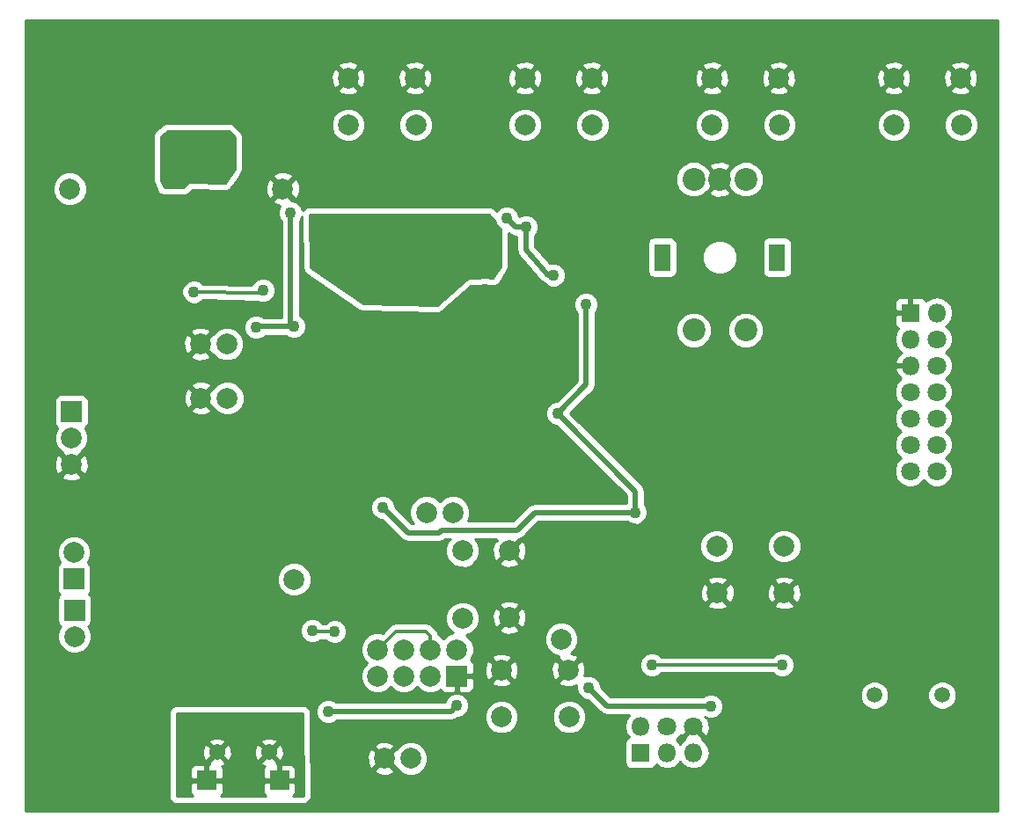
<source format=gtl>
G04 #@! TF.FileFunction,Copper,L1,Top,Signal*
%FSLAX46Y46*%
G04 Gerber Fmt 4.6, Leading zero omitted, Abs format (unit mm)*
G04 Created by KiCad (PCBNEW 4.0.4+dfsg1-stable) date Tue Feb  7 08:23:58 2017*
%MOMM*%
%LPD*%
G01*
G04 APERTURE LIST*
%ADD10C,0.100000*%
%ADD11C,2.000000*%
%ADD12R,1.800000X1.800000*%
%ADD13O,1.800000X1.800000*%
%ADD14C,1.800000*%
%ADD15C,1.500000*%
%ADD16R,2.000000X2.000000*%
%ADD17C,2.200000*%
%ADD18R,1.550000X2.650000*%
%ADD19C,1.550000*%
%ADD20R,1.900000X1.900000*%
%ADD21C,1.100000*%
%ADD22C,0.300000*%
%ADD23C,0.500000*%
%ADD24C,0.200000*%
%ADD25C,0.250000*%
%ADD26C,0.254000*%
G04 APERTURE END LIST*
D10*
D11*
X42752100Y19248800D03*
X42752100Y25751200D03*
X47247900Y19325000D03*
X47247900Y25751200D03*
X4950000Y60600000D03*
X25450000Y60600000D03*
X17580000Y40450000D03*
X20120000Y40450000D03*
X17530000Y45650000D03*
X20070000Y45650000D03*
X39280000Y29450000D03*
X41820000Y29450000D03*
D12*
X85850000Y48650000D03*
D13*
X88390000Y48650000D03*
X85850000Y46110000D03*
D14*
X88390000Y46110000D03*
D13*
X85850000Y43570000D03*
D14*
X88390000Y43570000D03*
X85850000Y41030000D03*
X88390000Y41030000D03*
X85850000Y38490000D03*
X88390000Y38490000D03*
X85850000Y35950000D03*
X88390000Y35950000D03*
X85850000Y33410000D03*
X88390000Y33410000D03*
D15*
X82400000Y11850000D03*
X88900000Y11850000D03*
D12*
X59900000Y6300000D03*
D13*
X59900000Y8840000D03*
X62440000Y6300000D03*
D14*
X62440000Y8840000D03*
D13*
X64980000Y6300000D03*
D14*
X64980000Y8840000D03*
D16*
X5350000Y23050000D03*
D11*
X5350000Y25590000D03*
D16*
X5400000Y20050000D03*
D11*
X5400000Y17510000D03*
D17*
X67500000Y61500000D03*
X70000000Y61500000D03*
X65000000Y61500000D03*
X70000000Y47000000D03*
X65000000Y47000000D03*
D18*
X73025000Y54000000D03*
X61975000Y54000000D03*
D19*
X24127080Y6347280D03*
X19127080Y6347280D03*
D20*
X18127080Y3647280D03*
X25127080Y3647280D03*
D16*
X42200000Y13700000D03*
D11*
X42200000Y16240000D03*
X39660000Y13700000D03*
X39660000Y16240000D03*
X37120000Y13700000D03*
X37120000Y16240000D03*
X34580000Y13700000D03*
X34580000Y16240000D03*
X52250000Y17250000D03*
X26550000Y23000000D03*
X35230000Y5750000D03*
X37770000Y5750000D03*
D16*
X5100000Y39150000D03*
D11*
X5100000Y36610000D03*
X5100000Y34070000D03*
X90751200Y66752100D03*
X84248800Y66752100D03*
X90675000Y71247900D03*
X84248800Y71247900D03*
X73251200Y66752100D03*
X66748800Y66752100D03*
X73175000Y71247900D03*
X66748800Y71247900D03*
X55251200Y66752100D03*
X48748800Y66752100D03*
X55175000Y71247900D03*
X48748800Y71247900D03*
X38251200Y66752100D03*
X31748800Y66752100D03*
X38175000Y71247900D03*
X31748800Y71247900D03*
X67198800Y26197900D03*
X73701200Y26197900D03*
X67275000Y21702100D03*
X73701200Y21702100D03*
X53001200Y9752100D03*
X46498800Y9752100D03*
X52925000Y14247900D03*
X46498800Y14247900D03*
D21*
X8250000Y33750000D03*
X44900000Y50900000D03*
X47200000Y48400000D03*
X54550000Y57100000D03*
X56750000Y43700000D03*
X80900000Y17250000D03*
X24450000Y12450000D03*
X67800000Y8450000D03*
X19200000Y11400000D03*
X13400000Y55800000D03*
X14650000Y46250000D03*
X15550000Y41300000D03*
X49950000Y45800000D03*
X35750000Y23350000D03*
X27700000Y44900000D03*
X37200000Y31400000D03*
X50000000Y40200000D03*
X73500000Y14750000D03*
X61000000Y14750000D03*
X54650000Y49450000D03*
X51500000Y52300000D03*
X48850000Y56900000D03*
X47000000Y57750000D03*
X26200000Y58300000D03*
X51900000Y39000000D03*
X59400000Y29450000D03*
X35050000Y29950000D03*
X26550000Y47350000D03*
X22900000Y47250000D03*
X30450000Y17950000D03*
X28300000Y18050000D03*
X42200000Y10850000D03*
X54850000Y12600000D03*
X66650000Y10800000D03*
X29800000Y10300000D03*
X23550000Y50850000D03*
X16900000Y50700000D03*
X19550000Y62500000D03*
X15150000Y61300000D03*
X38900000Y51700000D03*
X34000000Y50700000D03*
D22*
X61000000Y14750000D02*
X73500000Y14750000D01*
X39660000Y16240000D02*
X39660000Y17590000D01*
X36340000Y18000000D02*
X34580000Y16240000D01*
X39250000Y18000000D02*
X36340000Y18000000D01*
X39660000Y17590000D02*
X39250000Y18000000D01*
D23*
X50250000Y29450000D02*
X49700000Y29450000D01*
X59400000Y29450000D02*
X50250000Y29450000D01*
X49700000Y29450000D02*
X48000000Y27750000D01*
X37500000Y27500000D02*
X40500000Y27500000D01*
X40500000Y27500000D02*
X40750000Y27750000D01*
X40750000Y27750000D02*
X48000000Y27750000D01*
X48000000Y27750000D02*
X48050000Y27750000D01*
X37500000Y27500000D02*
X35050000Y29950000D01*
X51900000Y39000000D02*
X51900000Y38950000D01*
X59400000Y31450000D02*
X59400000Y29450000D01*
X51900000Y38950000D02*
X59400000Y31450000D01*
X54650000Y49450000D02*
X54650000Y41750000D01*
X54650000Y41750000D02*
X51900000Y39000000D01*
X48850000Y54750000D02*
X51000000Y52300000D01*
X51000000Y52300000D02*
X51500000Y52300000D01*
X48850000Y56900000D02*
X48850000Y54750000D01*
X48850000Y56900000D02*
X47850000Y56900000D01*
X47850000Y56900000D02*
X47000000Y57750000D01*
X26550000Y47350000D02*
X23000000Y47350000D01*
X23000000Y47350000D02*
X22900000Y47250000D01*
X26200000Y58300000D02*
X26200000Y47700000D01*
X26200000Y47700000D02*
X26550000Y47350000D01*
D24*
X47000000Y57750000D02*
X47850000Y56900000D01*
D25*
X35050000Y29950000D02*
X37500000Y27500000D01*
D22*
X28400000Y17950000D02*
X30450000Y17950000D01*
X28300000Y18050000D02*
X28400000Y17950000D01*
D23*
X54850000Y12600000D02*
X56650000Y10800000D01*
X56650000Y10800000D02*
X66650000Y10800000D01*
X29800000Y10300000D02*
X41650000Y10300000D01*
X41650000Y10300000D02*
X42200000Y10850000D01*
D22*
X56650000Y10800000D02*
X66650000Y10800000D01*
X23550000Y50850000D02*
X23250000Y50550000D01*
X23250000Y50550000D02*
X16900000Y50700000D01*
D26*
G36*
X45342441Y58073165D02*
X45814812Y57536380D01*
X45814794Y57515323D01*
X45994820Y57079628D01*
X46327875Y56745991D01*
X46373000Y56727254D01*
X46373000Y53086424D01*
X45679610Y51977000D01*
X45396343Y51977000D01*
X45136745Y52084794D01*
X44665323Y52085206D01*
X44403445Y51977000D01*
X43300000Y51977000D01*
X43250590Y51966994D01*
X43216027Y51945277D01*
X40303158Y49378003D01*
X33191176Y49526169D01*
X28126371Y53066616D01*
X28078217Y58122775D01*
X45342441Y58073165D01*
X45342441Y58073165D01*
G37*
X45342441Y58073165D02*
X45814812Y57536380D01*
X45814794Y57515323D01*
X45994820Y57079628D01*
X46327875Y56745991D01*
X46373000Y56727254D01*
X46373000Y53086424D01*
X45679610Y51977000D01*
X45396343Y51977000D01*
X45136745Y52084794D01*
X44665323Y52085206D01*
X44403445Y51977000D01*
X43300000Y51977000D01*
X43250590Y51966994D01*
X43216027Y51945277D01*
X40303158Y49378003D01*
X33191176Y49526169D01*
X28126371Y53066616D01*
X28078217Y58122775D01*
X45342441Y58073165D01*
G36*
X20823000Y65597394D02*
X20823000Y62489021D01*
X19933365Y61177979D01*
X16551840Y61226987D01*
X16502290Y61217698D01*
X16472567Y61200663D01*
X15856805Y60727000D01*
X14033060Y60727000D01*
X13727000Y61426566D01*
X13727000Y65638961D01*
X14394549Y66173000D01*
X20247394Y66173000D01*
X20823000Y65597394D01*
X20823000Y65597394D01*
G37*
X20823000Y65597394D02*
X20823000Y62489021D01*
X19933365Y61177979D01*
X16551840Y61226987D01*
X16502290Y61217698D01*
X16472567Y61200663D01*
X15856805Y60727000D01*
X14033060Y60727000D01*
X13727000Y61426566D01*
X13727000Y65638961D01*
X14394549Y66173000D01*
X20247394Y66173000D01*
X20823000Y65597394D01*
G36*
X27422218Y2177000D02*
X26454825Y2177000D01*
X26615407Y2337581D01*
X26712080Y2570970D01*
X26712080Y3361530D01*
X26553330Y3520280D01*
X25254080Y3520280D01*
X25254080Y3500280D01*
X25000080Y3500280D01*
X25000080Y3520280D01*
X23700830Y3520280D01*
X23542080Y3361530D01*
X23542080Y2570970D01*
X23638753Y2337581D01*
X23799335Y2177000D01*
X19454825Y2177000D01*
X19615407Y2337581D01*
X19712080Y2570970D01*
X19712080Y3361530D01*
X19553330Y3520280D01*
X18254080Y3520280D01*
X18254080Y3500280D01*
X18000080Y3500280D01*
X18000080Y3520280D01*
X16700830Y3520280D01*
X16542080Y3361530D01*
X16542080Y2570970D01*
X16638753Y2337581D01*
X16799335Y2177000D01*
X15227782Y2177000D01*
X15243405Y4723590D01*
X16542080Y4723590D01*
X16542080Y3933030D01*
X16700830Y3774280D01*
X18000080Y3774280D01*
X18000080Y5073530D01*
X18254080Y5073530D01*
X18254080Y3774280D01*
X19553330Y3774280D01*
X19712080Y3933030D01*
X19712080Y4723590D01*
X19615407Y4956979D01*
X19577704Y4994682D01*
X19866045Y5114117D01*
X19937108Y5357647D01*
X23317052Y5357647D01*
X23388115Y5114117D01*
X23688459Y5006685D01*
X23638753Y4956979D01*
X23542080Y4723590D01*
X23542080Y3933030D01*
X23700830Y3774280D01*
X25000080Y3774280D01*
X25000080Y5073530D01*
X25254080Y5073530D01*
X25254080Y3774280D01*
X26553330Y3774280D01*
X26712080Y3933030D01*
X26712080Y4723590D01*
X26615407Y4956979D01*
X26436778Y5135607D01*
X26203389Y5232280D01*
X25412830Y5232280D01*
X25254080Y5073530D01*
X25000080Y5073530D01*
X24887154Y5186456D01*
X24937108Y5357647D01*
X24127080Y6167675D01*
X23317052Y5357647D01*
X19937108Y5357647D01*
X19127080Y6167675D01*
X18317052Y5357647D01*
X18367006Y5186456D01*
X18254080Y5073530D01*
X18000080Y5073530D01*
X17841330Y5232280D01*
X17050771Y5232280D01*
X16817382Y5135607D01*
X16638753Y4956979D01*
X16542080Y4723590D01*
X15243405Y4723590D01*
X15254659Y6558083D01*
X17704996Y6558083D01*
X17732574Y5997829D01*
X17893917Y5608315D01*
X18137447Y5537252D01*
X18947475Y6347280D01*
X19306685Y6347280D01*
X20116713Y5537252D01*
X20360243Y5608315D01*
X20549164Y6136477D01*
X20528411Y6558083D01*
X22704996Y6558083D01*
X22732574Y5997829D01*
X22893917Y5608315D01*
X23137447Y5537252D01*
X23947475Y6347280D01*
X24306685Y6347280D01*
X25116713Y5537252D01*
X25360243Y5608315D01*
X25549164Y6136477D01*
X25521586Y6696731D01*
X25360243Y7086245D01*
X25116713Y7157308D01*
X24306685Y6347280D01*
X23947475Y6347280D01*
X23137447Y7157308D01*
X22893917Y7086245D01*
X22704996Y6558083D01*
X20528411Y6558083D01*
X20521586Y6696731D01*
X20360243Y7086245D01*
X20116713Y7157308D01*
X19306685Y6347280D01*
X18947475Y6347280D01*
X18137447Y7157308D01*
X17893917Y7086245D01*
X17704996Y6558083D01*
X15254659Y6558083D01*
X15259437Y7336913D01*
X18317052Y7336913D01*
X19127080Y6526885D01*
X19937108Y7336913D01*
X23317052Y7336913D01*
X24127080Y6526885D01*
X24937108Y7336913D01*
X24866045Y7580443D01*
X24337883Y7769364D01*
X23777629Y7741786D01*
X23388115Y7580443D01*
X23317052Y7336913D01*
X19937108Y7336913D01*
X19866045Y7580443D01*
X19337883Y7769364D01*
X18777629Y7741786D01*
X18388115Y7580443D01*
X18317052Y7336913D01*
X15259437Y7336913D01*
X15276224Y10073000D01*
X27373776Y10073000D01*
X27422218Y2177000D01*
X27422218Y2177000D01*
G37*
X27422218Y2177000D02*
X26454825Y2177000D01*
X26615407Y2337581D01*
X26712080Y2570970D01*
X26712080Y3361530D01*
X26553330Y3520280D01*
X25254080Y3520280D01*
X25254080Y3500280D01*
X25000080Y3500280D01*
X25000080Y3520280D01*
X23700830Y3520280D01*
X23542080Y3361530D01*
X23542080Y2570970D01*
X23638753Y2337581D01*
X23799335Y2177000D01*
X19454825Y2177000D01*
X19615407Y2337581D01*
X19712080Y2570970D01*
X19712080Y3361530D01*
X19553330Y3520280D01*
X18254080Y3520280D01*
X18254080Y3500280D01*
X18000080Y3500280D01*
X18000080Y3520280D01*
X16700830Y3520280D01*
X16542080Y3361530D01*
X16542080Y2570970D01*
X16638753Y2337581D01*
X16799335Y2177000D01*
X15227782Y2177000D01*
X15243405Y4723590D01*
X16542080Y4723590D01*
X16542080Y3933030D01*
X16700830Y3774280D01*
X18000080Y3774280D01*
X18000080Y5073530D01*
X18254080Y5073530D01*
X18254080Y3774280D01*
X19553330Y3774280D01*
X19712080Y3933030D01*
X19712080Y4723590D01*
X19615407Y4956979D01*
X19577704Y4994682D01*
X19866045Y5114117D01*
X19937108Y5357647D01*
X23317052Y5357647D01*
X23388115Y5114117D01*
X23688459Y5006685D01*
X23638753Y4956979D01*
X23542080Y4723590D01*
X23542080Y3933030D01*
X23700830Y3774280D01*
X25000080Y3774280D01*
X25000080Y5073530D01*
X25254080Y5073530D01*
X25254080Y3774280D01*
X26553330Y3774280D01*
X26712080Y3933030D01*
X26712080Y4723590D01*
X26615407Y4956979D01*
X26436778Y5135607D01*
X26203389Y5232280D01*
X25412830Y5232280D01*
X25254080Y5073530D01*
X25000080Y5073530D01*
X24887154Y5186456D01*
X24937108Y5357647D01*
X24127080Y6167675D01*
X23317052Y5357647D01*
X19937108Y5357647D01*
X19127080Y6167675D01*
X18317052Y5357647D01*
X18367006Y5186456D01*
X18254080Y5073530D01*
X18000080Y5073530D01*
X17841330Y5232280D01*
X17050771Y5232280D01*
X16817382Y5135607D01*
X16638753Y4956979D01*
X16542080Y4723590D01*
X15243405Y4723590D01*
X15254659Y6558083D01*
X17704996Y6558083D01*
X17732574Y5997829D01*
X17893917Y5608315D01*
X18137447Y5537252D01*
X18947475Y6347280D01*
X19306685Y6347280D01*
X20116713Y5537252D01*
X20360243Y5608315D01*
X20549164Y6136477D01*
X20528411Y6558083D01*
X22704996Y6558083D01*
X22732574Y5997829D01*
X22893917Y5608315D01*
X23137447Y5537252D01*
X23947475Y6347280D01*
X24306685Y6347280D01*
X25116713Y5537252D01*
X25360243Y5608315D01*
X25549164Y6136477D01*
X25521586Y6696731D01*
X25360243Y7086245D01*
X25116713Y7157308D01*
X24306685Y6347280D01*
X23947475Y6347280D01*
X23137447Y7157308D01*
X22893917Y7086245D01*
X22704996Y6558083D01*
X20528411Y6558083D01*
X20521586Y6696731D01*
X20360243Y7086245D01*
X20116713Y7157308D01*
X19306685Y6347280D01*
X18947475Y6347280D01*
X18137447Y7157308D01*
X17893917Y7086245D01*
X17704996Y6558083D01*
X15254659Y6558083D01*
X15259437Y7336913D01*
X18317052Y7336913D01*
X19127080Y6526885D01*
X19937108Y7336913D01*
X23317052Y7336913D01*
X24127080Y6526885D01*
X24937108Y7336913D01*
X24866045Y7580443D01*
X24337883Y7769364D01*
X23777629Y7741786D01*
X23388115Y7580443D01*
X23317052Y7336913D01*
X19937108Y7336913D01*
X19866045Y7580443D01*
X19337883Y7769364D01*
X18777629Y7741786D01*
X18388115Y7580443D01*
X18317052Y7336913D01*
X15259437Y7336913D01*
X15276224Y10073000D01*
X27373776Y10073000D01*
X27422218Y2177000D01*
G36*
X94290000Y710000D02*
X710000Y710000D01*
X710000Y2053896D01*
X14465012Y2053896D01*
X14508427Y1819205D01*
X14644827Y1607233D01*
X14852949Y1465029D01*
X15100000Y1415000D01*
X27550000Y1415000D01*
X27784420Y1459854D01*
X27995551Y1597552D01*
X28136476Y1806543D01*
X28184988Y2053896D01*
X28169385Y4597468D01*
X34257073Y4597468D01*
X34355736Y4330613D01*
X34965461Y4104092D01*
X35615460Y4128144D01*
X36104264Y4330613D01*
X36202927Y4597468D01*
X35230000Y5570395D01*
X34257073Y4597468D01*
X28169385Y4597468D01*
X28160691Y6014539D01*
X33584092Y6014539D01*
X33608144Y5364540D01*
X33810613Y4875736D01*
X34077468Y4777073D01*
X35050395Y5750000D01*
X35409605Y5750000D01*
X36382532Y4777073D01*
X36417938Y4790164D01*
X36842637Y4364722D01*
X37443352Y4115284D01*
X38093795Y4114716D01*
X38694943Y4363106D01*
X39155278Y4822637D01*
X39404716Y5423352D01*
X39405284Y6073795D01*
X39156894Y6674943D01*
X38697363Y7135278D01*
X38096648Y7384716D01*
X37446205Y7385284D01*
X36845057Y7136894D01*
X36417438Y6710022D01*
X36382532Y6722927D01*
X35409605Y5750000D01*
X35050395Y5750000D01*
X34077468Y6722927D01*
X33810613Y6624264D01*
X33584092Y6014539D01*
X28160691Y6014539D01*
X28155244Y6902532D01*
X34257073Y6902532D01*
X35230000Y5929605D01*
X36202927Y6902532D01*
X36104264Y7169387D01*
X35494539Y7395908D01*
X34844540Y7371856D01*
X34355736Y7169387D01*
X34257073Y6902532D01*
X28155244Y6902532D01*
X28135839Y10065323D01*
X28614794Y10065323D01*
X28794820Y9629628D01*
X29127875Y9295991D01*
X29563255Y9115206D01*
X30034677Y9114794D01*
X30470372Y9294820D01*
X30590762Y9415000D01*
X41649995Y9415000D01*
X41650000Y9414999D01*
X41716892Y9428305D01*
X44863516Y9428305D01*
X45111906Y8827157D01*
X45571437Y8366822D01*
X46172152Y8117384D01*
X46822595Y8116816D01*
X47423743Y8365206D01*
X47884078Y8824737D01*
X48133516Y9425452D01*
X48133518Y9428305D01*
X51365916Y9428305D01*
X51614306Y8827157D01*
X52073837Y8366822D01*
X52674552Y8117384D01*
X53324995Y8116816D01*
X53926143Y8365206D01*
X54386478Y8824737D01*
X54635916Y9425452D01*
X54636484Y10075895D01*
X54388094Y10677043D01*
X53928563Y11137378D01*
X53327848Y11386816D01*
X52677405Y11387384D01*
X52076257Y11138994D01*
X51615922Y10679463D01*
X51366484Y10078748D01*
X51365916Y9428305D01*
X48133518Y9428305D01*
X48134084Y10075895D01*
X47885694Y10677043D01*
X47426163Y11137378D01*
X46825448Y11386816D01*
X46175005Y11387384D01*
X45573857Y11138994D01*
X45113522Y10679463D01*
X44864084Y10078748D01*
X44863516Y9428305D01*
X41716892Y9428305D01*
X41932484Y9471190D01*
X41988675Y9482367D01*
X42261924Y9664945D01*
X42434677Y9664794D01*
X42870372Y9844820D01*
X43204009Y10177875D01*
X43384794Y10613255D01*
X43385206Y11084677D01*
X43205180Y11520372D01*
X42872125Y11854009D01*
X42436745Y12034794D01*
X41965323Y12035206D01*
X41529628Y11855180D01*
X41195991Y11522125D01*
X41056005Y11185000D01*
X30590926Y11185000D01*
X30472125Y11304009D01*
X30036745Y11484794D01*
X29565323Y11485206D01*
X29129628Y11305180D01*
X28795991Y10972125D01*
X28615206Y10536745D01*
X28614794Y10065323D01*
X28135839Y10065323D01*
X28134988Y10203896D01*
X28091573Y10430795D01*
X27955173Y10642767D01*
X27747051Y10784971D01*
X27500000Y10835000D01*
X15150000Y10835000D01*
X14922838Y10792978D01*
X14710034Y10657881D01*
X14566556Y10450635D01*
X14515012Y10203896D01*
X14465012Y2053896D01*
X710000Y2053896D01*
X710000Y24050000D01*
X3702560Y24050000D01*
X3702560Y22050000D01*
X3746838Y21814683D01*
X3885910Y21598559D01*
X3979961Y21534297D01*
X3948559Y21514090D01*
X3803569Y21301890D01*
X3752560Y21050000D01*
X3752560Y19050000D01*
X3796838Y18814683D01*
X3935910Y18598559D01*
X4078561Y18501090D01*
X4014722Y18437363D01*
X3765284Y17836648D01*
X3764716Y17186205D01*
X4013106Y16585057D01*
X4472637Y16124722D01*
X5073352Y15875284D01*
X5723795Y15874716D01*
X5824205Y15916205D01*
X32944716Y15916205D01*
X33193106Y15315057D01*
X33537759Y14969801D01*
X33194722Y14627363D01*
X32945284Y14026648D01*
X32944716Y13376205D01*
X33193106Y12775057D01*
X33652637Y12314722D01*
X34253352Y12065284D01*
X34903795Y12064716D01*
X35504943Y12313106D01*
X35850199Y12657759D01*
X36192637Y12314722D01*
X36793352Y12065284D01*
X37443795Y12064716D01*
X38044943Y12313106D01*
X38390199Y12657759D01*
X38732637Y12314722D01*
X39333352Y12065284D01*
X39983795Y12064716D01*
X40584943Y12313106D01*
X40647197Y12375251D01*
X40661673Y12340302D01*
X40840301Y12161673D01*
X41073690Y12065000D01*
X41914250Y12065000D01*
X42073000Y12223750D01*
X42073000Y13573000D01*
X42327000Y13573000D01*
X42327000Y12223750D01*
X42485750Y12065000D01*
X43326310Y12065000D01*
X43559699Y12161673D01*
X43738327Y12340302D01*
X43835000Y12573691D01*
X43835000Y13095368D01*
X45525873Y13095368D01*
X45624536Y12828513D01*
X46234261Y12601992D01*
X46884260Y12626044D01*
X47373064Y12828513D01*
X47471727Y13095368D01*
X51952073Y13095368D01*
X52050736Y12828513D01*
X52660461Y12601992D01*
X53310460Y12626044D01*
X53665150Y12772961D01*
X53664794Y12365323D01*
X53844820Y11929628D01*
X54177875Y11595991D01*
X54613255Y11415206D01*
X54783363Y11415057D01*
X56024208Y10174213D01*
X56024210Y10174210D01*
X56311325Y9982367D01*
X56650000Y9915000D01*
X58777564Y9915000D01*
X58451773Y9427419D01*
X58334928Y8840000D01*
X58451773Y8252581D01*
X58755859Y7797484D01*
X58548559Y7664090D01*
X58403569Y7451890D01*
X58352560Y7200000D01*
X58352560Y5400000D01*
X58396838Y5164683D01*
X58535910Y4948559D01*
X58748110Y4803569D01*
X59000000Y4752560D01*
X60800000Y4752560D01*
X61035317Y4796838D01*
X61251441Y4935910D01*
X61396431Y5148110D01*
X61399719Y5164344D01*
X61822509Y4881845D01*
X62409928Y4765000D01*
X62470072Y4765000D01*
X63057491Y4881845D01*
X63555481Y5214591D01*
X63710000Y5445845D01*
X63864519Y5214591D01*
X64362509Y4881845D01*
X64949928Y4765000D01*
X65010072Y4765000D01*
X65597491Y4881845D01*
X66095481Y5214591D01*
X66428227Y5712581D01*
X66545072Y6300000D01*
X66428227Y6887419D01*
X66095481Y7385409D01*
X65817081Y7571430D01*
X65880554Y7759841D01*
X64980000Y8660395D01*
X64079446Y7759841D01*
X64142919Y7571430D01*
X63864519Y7385409D01*
X63710000Y7154155D01*
X63555481Y7385409D01*
X63315926Y7545474D01*
X63740551Y7969357D01*
X63749203Y7990194D01*
X63899841Y7939446D01*
X64800395Y8840000D01*
X64786253Y8854142D01*
X64965858Y9033747D01*
X64980000Y9019605D01*
X64994143Y9033747D01*
X65173748Y8854142D01*
X65159605Y8840000D01*
X66060159Y7939446D01*
X66316643Y8025852D01*
X66526458Y8599336D01*
X66500839Y9209460D01*
X66316643Y9654148D01*
X66060161Y9740553D01*
X66075190Y9755582D01*
X66413255Y9615206D01*
X66884677Y9614794D01*
X67320372Y9794820D01*
X67654009Y10127875D01*
X67834794Y10563255D01*
X67835206Y11034677D01*
X67655180Y11470372D01*
X67550021Y11575715D01*
X81014760Y11575715D01*
X81225169Y11066485D01*
X81614436Y10676539D01*
X82123298Y10465241D01*
X82674285Y10464760D01*
X83183515Y10675169D01*
X83573461Y11064436D01*
X83784759Y11573298D01*
X83784761Y11575715D01*
X87514760Y11575715D01*
X87725169Y11066485D01*
X88114436Y10676539D01*
X88623298Y10465241D01*
X89174285Y10464760D01*
X89683515Y10675169D01*
X90073461Y11064436D01*
X90284759Y11573298D01*
X90285240Y12124285D01*
X90074831Y12633515D01*
X89685564Y13023461D01*
X89176702Y13234759D01*
X88625715Y13235240D01*
X88116485Y13024831D01*
X87726539Y12635564D01*
X87515241Y12126702D01*
X87514760Y11575715D01*
X83784761Y11575715D01*
X83785240Y12124285D01*
X83574831Y12633515D01*
X83185564Y13023461D01*
X82676702Y13234759D01*
X82125715Y13235240D01*
X81616485Y13024831D01*
X81226539Y12635564D01*
X81015241Y12126702D01*
X81014760Y11575715D01*
X67550021Y11575715D01*
X67322125Y11804009D01*
X66886745Y11984794D01*
X66415323Y11985206D01*
X65979628Y11805180D01*
X65859238Y11685000D01*
X57016579Y11685000D01*
X56035059Y12666521D01*
X56035206Y12834677D01*
X55855180Y13270372D01*
X55522125Y13604009D01*
X55086745Y13784794D01*
X54615323Y13785206D01*
X54475886Y13727592D01*
X54570908Y13983361D01*
X54551224Y14515323D01*
X59814794Y14515323D01*
X59994820Y14079628D01*
X60327875Y13745991D01*
X60763255Y13565206D01*
X61234677Y13564794D01*
X61670372Y13744820D01*
X61890937Y13965000D01*
X72609248Y13965000D01*
X72827875Y13745991D01*
X73263255Y13565206D01*
X73734677Y13564794D01*
X74170372Y13744820D01*
X74504009Y14077875D01*
X74684794Y14513255D01*
X74685206Y14984677D01*
X74505180Y15420372D01*
X74172125Y15754009D01*
X73736745Y15934794D01*
X73265323Y15935206D01*
X72829628Y15755180D01*
X72609063Y15535000D01*
X61890752Y15535000D01*
X61672125Y15754009D01*
X61236745Y15934794D01*
X60765323Y15935206D01*
X60329628Y15755180D01*
X59995991Y15422125D01*
X59815206Y14986745D01*
X59814794Y14515323D01*
X54551224Y14515323D01*
X54546856Y14633360D01*
X54344387Y15122164D01*
X54077532Y15220827D01*
X53104605Y14247900D01*
X53118748Y14233757D01*
X52939143Y14054152D01*
X52925000Y14068295D01*
X51952073Y13095368D01*
X47471727Y13095368D01*
X46498800Y14068295D01*
X45525873Y13095368D01*
X43835000Y13095368D01*
X43835000Y13414250D01*
X43676250Y13573000D01*
X42327000Y13573000D01*
X42073000Y13573000D01*
X42053000Y13573000D01*
X42053000Y13827000D01*
X42073000Y13827000D01*
X42073000Y13847000D01*
X42327000Y13847000D01*
X42327000Y13827000D01*
X43676250Y13827000D01*
X43835000Y13985750D01*
X43835000Y14512439D01*
X44852892Y14512439D01*
X44876944Y13862440D01*
X45079413Y13373636D01*
X45346268Y13274973D01*
X46319195Y14247900D01*
X46678405Y14247900D01*
X47651332Y13274973D01*
X47918187Y13373636D01*
X48144708Y13983361D01*
X48125131Y14512439D01*
X51279092Y14512439D01*
X51303144Y13862440D01*
X51505613Y13373636D01*
X51772468Y13274973D01*
X52745395Y14247900D01*
X51772468Y15220827D01*
X51505613Y15122164D01*
X51279092Y14512439D01*
X48125131Y14512439D01*
X48120656Y14633360D01*
X47918187Y15122164D01*
X47651332Y15220827D01*
X46678405Y14247900D01*
X46319195Y14247900D01*
X45346268Y15220827D01*
X45079413Y15122164D01*
X44852892Y14512439D01*
X43835000Y14512439D01*
X43835000Y14826309D01*
X43738327Y15059698D01*
X43559699Y15238327D01*
X43525167Y15252631D01*
X43585278Y15312637D01*
X43621733Y15400432D01*
X45525873Y15400432D01*
X46498800Y14427505D01*
X47471727Y15400432D01*
X47373064Y15667287D01*
X46763339Y15893808D01*
X46113340Y15869756D01*
X45624536Y15667287D01*
X45525873Y15400432D01*
X43621733Y15400432D01*
X43834716Y15913352D01*
X43835284Y16563795D01*
X43685539Y16926205D01*
X50614716Y16926205D01*
X50863106Y16325057D01*
X51322637Y15864722D01*
X51923352Y15615284D01*
X52031474Y15615190D01*
X51952073Y15400432D01*
X52925000Y14427505D01*
X53897927Y15400432D01*
X53799264Y15667287D01*
X53201316Y15889433D01*
X53635278Y16322637D01*
X53884716Y16923352D01*
X53885284Y17573795D01*
X53636894Y18174943D01*
X53177363Y18635278D01*
X52576648Y18884716D01*
X51926205Y18885284D01*
X51325057Y18636894D01*
X50864722Y18177363D01*
X50615284Y17576648D01*
X50614716Y16926205D01*
X43685539Y16926205D01*
X43586894Y17164943D01*
X43127363Y17625278D01*
X43115890Y17630042D01*
X43677043Y17861906D01*
X43988148Y18172468D01*
X46274973Y18172468D01*
X46373636Y17905613D01*
X46983361Y17679092D01*
X47633360Y17703144D01*
X48122164Y17905613D01*
X48220827Y18172468D01*
X47247900Y19145395D01*
X46274973Y18172468D01*
X43988148Y18172468D01*
X44137378Y18321437D01*
X44386816Y18922152D01*
X44387384Y19572595D01*
X44380383Y19589539D01*
X45601992Y19589539D01*
X45626044Y18939540D01*
X45828513Y18450736D01*
X46095368Y18352073D01*
X47068295Y19325000D01*
X47427505Y19325000D01*
X48400432Y18352073D01*
X48667287Y18450736D01*
X48893808Y19060461D01*
X48869756Y19710460D01*
X48667287Y20199264D01*
X48400432Y20297927D01*
X47427505Y19325000D01*
X47068295Y19325000D01*
X46095368Y20297927D01*
X45828513Y20199264D01*
X45601992Y19589539D01*
X44380383Y19589539D01*
X44138994Y20173743D01*
X43835736Y20477532D01*
X46274973Y20477532D01*
X47247900Y19504605D01*
X48220827Y20477532D01*
X48194194Y20549568D01*
X66302073Y20549568D01*
X66400736Y20282713D01*
X67010461Y20056192D01*
X67660460Y20080244D01*
X68149264Y20282713D01*
X68247927Y20549568D01*
X72728273Y20549568D01*
X72826936Y20282713D01*
X73436661Y20056192D01*
X74086660Y20080244D01*
X74575464Y20282713D01*
X74674127Y20549568D01*
X73701200Y21522495D01*
X72728273Y20549568D01*
X68247927Y20549568D01*
X67275000Y21522495D01*
X66302073Y20549568D01*
X48194194Y20549568D01*
X48122164Y20744387D01*
X47512439Y20970908D01*
X46862440Y20946856D01*
X46373636Y20744387D01*
X46274973Y20477532D01*
X43835736Y20477532D01*
X43679463Y20634078D01*
X43078748Y20883516D01*
X42428305Y20884084D01*
X41827157Y20635694D01*
X41366822Y20176163D01*
X41117384Y19575448D01*
X41116816Y18925005D01*
X41365206Y18323857D01*
X41824737Y17863522D01*
X41836210Y17858758D01*
X41275057Y17626894D01*
X40929801Y17282241D01*
X40587363Y17625278D01*
X40424534Y17692890D01*
X40385245Y17890406D01*
X40215079Y18145079D01*
X39805079Y18555079D01*
X39550407Y18725245D01*
X39250000Y18785000D01*
X36340000Y18785000D01*
X36039594Y18725245D01*
X35784921Y18555079D01*
X35046490Y17816648D01*
X34906648Y17874716D01*
X34256205Y17875284D01*
X33655057Y17626894D01*
X33194722Y17167363D01*
X32945284Y16566648D01*
X32944716Y15916205D01*
X5824205Y15916205D01*
X6324943Y16123106D01*
X6785278Y16582637D01*
X7034716Y17183352D01*
X7035267Y17815323D01*
X27114794Y17815323D01*
X27294820Y17379628D01*
X27627875Y17045991D01*
X28063255Y16865206D01*
X28534677Y16864794D01*
X28970372Y17044820D01*
X29090762Y17165000D01*
X29559248Y17165000D01*
X29777875Y16945991D01*
X30213255Y16765206D01*
X30684677Y16764794D01*
X31120372Y16944820D01*
X31454009Y17277875D01*
X31634794Y17713255D01*
X31635206Y18184677D01*
X31455180Y18620372D01*
X31122125Y18954009D01*
X30686745Y19134794D01*
X30215323Y19135206D01*
X29779628Y18955180D01*
X29559063Y18735000D01*
X29290578Y18735000D01*
X28972125Y19054009D01*
X28536745Y19234794D01*
X28065323Y19235206D01*
X27629628Y19055180D01*
X27295991Y18722125D01*
X27115206Y18286745D01*
X27114794Y17815323D01*
X7035267Y17815323D01*
X7035284Y17833795D01*
X6786894Y18434943D01*
X6720379Y18501574D01*
X6851441Y18585910D01*
X6996431Y18798110D01*
X7047440Y19050000D01*
X7047440Y21050000D01*
X7003162Y21285317D01*
X6864090Y21501441D01*
X6770039Y21565703D01*
X6801441Y21585910D01*
X6946431Y21798110D01*
X6997440Y22050000D01*
X6997440Y22676205D01*
X24914716Y22676205D01*
X25163106Y22075057D01*
X25622637Y21614722D01*
X26223352Y21365284D01*
X26873795Y21364716D01*
X27474943Y21613106D01*
X27829094Y21966639D01*
X65629092Y21966639D01*
X65653144Y21316640D01*
X65855613Y20827836D01*
X66122468Y20729173D01*
X67095395Y21702100D01*
X67454605Y21702100D01*
X68427532Y20729173D01*
X68694387Y20827836D01*
X68920908Y21437561D01*
X68901331Y21966639D01*
X72055292Y21966639D01*
X72079344Y21316640D01*
X72281813Y20827836D01*
X72548668Y20729173D01*
X73521595Y21702100D01*
X73880805Y21702100D01*
X74853732Y20729173D01*
X75120587Y20827836D01*
X75347108Y21437561D01*
X75323056Y22087560D01*
X75120587Y22576364D01*
X74853732Y22675027D01*
X73880805Y21702100D01*
X73521595Y21702100D01*
X72548668Y22675027D01*
X72281813Y22576364D01*
X72055292Y21966639D01*
X68901331Y21966639D01*
X68896856Y22087560D01*
X68694387Y22576364D01*
X68427532Y22675027D01*
X67454605Y21702100D01*
X67095395Y21702100D01*
X66122468Y22675027D01*
X65855613Y22576364D01*
X65629092Y21966639D01*
X27829094Y21966639D01*
X27935278Y22072637D01*
X28184716Y22673352D01*
X28184874Y22854632D01*
X66302073Y22854632D01*
X67275000Y21881705D01*
X68247927Y22854632D01*
X72728273Y22854632D01*
X73701200Y21881705D01*
X74674127Y22854632D01*
X74575464Y23121487D01*
X73965739Y23348008D01*
X73315740Y23323956D01*
X72826936Y23121487D01*
X72728273Y22854632D01*
X68247927Y22854632D01*
X68149264Y23121487D01*
X67539539Y23348008D01*
X66889540Y23323956D01*
X66400736Y23121487D01*
X66302073Y22854632D01*
X28184874Y22854632D01*
X28185284Y23323795D01*
X27936894Y23924943D01*
X27477363Y24385278D01*
X26876648Y24634716D01*
X26226205Y24635284D01*
X25625057Y24386894D01*
X25164722Y23927363D01*
X24915284Y23326648D01*
X24914716Y22676205D01*
X6997440Y22676205D01*
X6997440Y24050000D01*
X6953162Y24285317D01*
X6814090Y24501441D01*
X6671439Y24598910D01*
X6735278Y24662637D01*
X6984716Y25263352D01*
X6985284Y25913795D01*
X6736894Y26514943D01*
X6277363Y26975278D01*
X5676648Y27224716D01*
X5026205Y27225284D01*
X4425057Y26976894D01*
X3964722Y26517363D01*
X3715284Y25916648D01*
X3714716Y25266205D01*
X3963106Y24665057D01*
X4029621Y24598426D01*
X3898559Y24514090D01*
X3753569Y24301890D01*
X3702560Y24050000D01*
X710000Y24050000D01*
X710000Y29715323D01*
X33864794Y29715323D01*
X34044820Y29279628D01*
X34377875Y28945991D01*
X34813255Y28765206D01*
X34983363Y28765057D01*
X36874208Y26874213D01*
X36874210Y26874210D01*
X37161325Y26682367D01*
X37500000Y26614999D01*
X37500005Y26615000D01*
X40499995Y26615000D01*
X40500000Y26614999D01*
X40807385Y26676143D01*
X40838675Y26682367D01*
X41112006Y26865000D01*
X41553585Y26865000D01*
X41366822Y26678563D01*
X41117384Y26077848D01*
X41116816Y25427405D01*
X41365206Y24826257D01*
X41824737Y24365922D01*
X42425452Y24116484D01*
X43075895Y24115916D01*
X43677043Y24364306D01*
X43911815Y24598668D01*
X46274973Y24598668D01*
X46373636Y24331813D01*
X46983361Y24105292D01*
X47633360Y24129344D01*
X48122164Y24331813D01*
X48220827Y24598668D01*
X47247900Y25571595D01*
X46274973Y24598668D01*
X43911815Y24598668D01*
X44137378Y24823837D01*
X44386816Y25424552D01*
X44387384Y26074995D01*
X44138994Y26676143D01*
X43950467Y26865000D01*
X46007680Y26865000D01*
X45981086Y26838406D01*
X46095366Y26724126D01*
X45828513Y26625464D01*
X45601992Y26015739D01*
X45626044Y25365740D01*
X45828513Y24876936D01*
X46095368Y24778273D01*
X47068295Y25751200D01*
X47427505Y25751200D01*
X48400432Y24778273D01*
X48667287Y24876936D01*
X48893808Y25486661D01*
X48879472Y25874105D01*
X65563516Y25874105D01*
X65811906Y25272957D01*
X66271437Y24812622D01*
X66872152Y24563184D01*
X67522595Y24562616D01*
X68123743Y24811006D01*
X68584078Y25270537D01*
X68833516Y25871252D01*
X68833518Y25874105D01*
X72065916Y25874105D01*
X72314306Y25272957D01*
X72773837Y24812622D01*
X73374552Y24563184D01*
X74024995Y24562616D01*
X74626143Y24811006D01*
X75086478Y25270537D01*
X75335916Y25871252D01*
X75336484Y26521695D01*
X75088094Y27122843D01*
X74628563Y27583178D01*
X74027848Y27832616D01*
X73377405Y27833184D01*
X72776257Y27584794D01*
X72315922Y27125263D01*
X72066484Y26524548D01*
X72065916Y25874105D01*
X68833518Y25874105D01*
X68834084Y26521695D01*
X68585694Y27122843D01*
X68126163Y27583178D01*
X67525448Y27832616D01*
X66875005Y27833184D01*
X66273857Y27584794D01*
X65813522Y27125263D01*
X65564084Y26524548D01*
X65563516Y25874105D01*
X48879472Y25874105D01*
X48869756Y26136660D01*
X48667287Y26625464D01*
X48400432Y26724127D01*
X47427505Y25751200D01*
X47068295Y25751200D01*
X47054153Y25765342D01*
X47233758Y25944947D01*
X47247900Y25930805D01*
X48214895Y26897800D01*
X48388675Y26932367D01*
X48675790Y27124210D01*
X48776472Y27274892D01*
X50066579Y28565000D01*
X58609074Y28565000D01*
X58727875Y28445991D01*
X59163255Y28265206D01*
X59634677Y28264794D01*
X60070372Y28444820D01*
X60404009Y28777875D01*
X60584794Y29213255D01*
X60585206Y29684677D01*
X60405180Y30120372D01*
X60285000Y30240762D01*
X60285000Y31449995D01*
X60285001Y31450000D01*
X60217633Y31788674D01*
X60217633Y31788675D01*
X60025790Y32075790D01*
X60025787Y32075792D01*
X53126580Y38975000D01*
X54877588Y40726009D01*
X84314735Y40726009D01*
X84547932Y40161629D01*
X84949182Y39759677D01*
X84549449Y39360643D01*
X84315267Y38796670D01*
X84314735Y38186009D01*
X84547932Y37621629D01*
X84949182Y37219677D01*
X84549449Y36820643D01*
X84315267Y36256670D01*
X84314735Y35646009D01*
X84547932Y35081629D01*
X84949182Y34679677D01*
X84549449Y34280643D01*
X84315267Y33716670D01*
X84314735Y33106009D01*
X84547932Y32541629D01*
X84979357Y32109449D01*
X85543330Y31875267D01*
X86153991Y31874735D01*
X86718371Y32107932D01*
X87120323Y32509182D01*
X87519357Y32109449D01*
X88083330Y31875267D01*
X88693991Y31874735D01*
X89258371Y32107932D01*
X89690551Y32539357D01*
X89924733Y33103330D01*
X89925265Y33713991D01*
X89692068Y34278371D01*
X89290818Y34680323D01*
X89690551Y35079357D01*
X89924733Y35643330D01*
X89925265Y36253991D01*
X89692068Y36818371D01*
X89290818Y37220323D01*
X89690551Y37619357D01*
X89924733Y38183330D01*
X89925265Y38793991D01*
X89692068Y39358371D01*
X89290818Y39760323D01*
X89690551Y40159357D01*
X89924733Y40723330D01*
X89925265Y41333991D01*
X89692068Y41898371D01*
X89290818Y42300323D01*
X89690551Y42699357D01*
X89924733Y43263330D01*
X89925265Y43873991D01*
X89692068Y44438371D01*
X89290818Y44840323D01*
X89690551Y45239357D01*
X89924733Y45803330D01*
X89925265Y46413991D01*
X89692068Y46978371D01*
X89272340Y47398833D01*
X89475409Y47534519D01*
X89808155Y48032509D01*
X89925000Y48619928D01*
X89925000Y48680072D01*
X89808155Y49267491D01*
X89475409Y49765481D01*
X88977419Y50098227D01*
X88390000Y50215072D01*
X87802581Y50098227D01*
X87338640Y49788232D01*
X87288327Y49909698D01*
X87109699Y50088327D01*
X86876310Y50185000D01*
X86135750Y50185000D01*
X85977000Y50026250D01*
X85977000Y48777000D01*
X85997000Y48777000D01*
X85997000Y48523000D01*
X85977000Y48523000D01*
X85977000Y48503000D01*
X85723000Y48503000D01*
X85723000Y48523000D01*
X84473750Y48523000D01*
X84315000Y48364250D01*
X84315000Y47623691D01*
X84411673Y47390302D01*
X84590301Y47211673D01*
X84719583Y47158122D01*
X84431845Y46727491D01*
X84315000Y46140072D01*
X84315000Y46079928D01*
X84431845Y45492509D01*
X84764591Y44994519D01*
X85002582Y44835499D01*
X84612034Y44477576D01*
X84358954Y43934742D01*
X84479003Y43697000D01*
X85723000Y43697000D01*
X85723000Y43717000D01*
X85977000Y43717000D01*
X85977000Y43697000D01*
X85997000Y43697000D01*
X85997000Y43443000D01*
X85977000Y43443000D01*
X85977000Y43423000D01*
X85723000Y43423000D01*
X85723000Y43443000D01*
X84479003Y43443000D01*
X84358954Y43205258D01*
X84612034Y42662424D01*
X84977260Y42327707D01*
X84549449Y41900643D01*
X84315267Y41336670D01*
X84314735Y40726009D01*
X54877588Y40726009D01*
X55275787Y41124208D01*
X55275790Y41124210D01*
X55467633Y41411325D01*
X55535000Y41750000D01*
X55535000Y46656401D01*
X63264699Y46656401D01*
X63528281Y46018485D01*
X64015918Y45529996D01*
X64653373Y45265301D01*
X65343599Y45264699D01*
X65981515Y45528281D01*
X66470004Y46015918D01*
X66734699Y46653373D01*
X66734701Y46656401D01*
X68264699Y46656401D01*
X68528281Y46018485D01*
X69015918Y45529996D01*
X69653373Y45265301D01*
X70343599Y45264699D01*
X70981515Y45528281D01*
X71470004Y46015918D01*
X71734699Y46653373D01*
X71735301Y47343599D01*
X71471719Y47981515D01*
X70984082Y48470004D01*
X70346627Y48734699D01*
X69656401Y48735301D01*
X69018485Y48471719D01*
X68529996Y47984082D01*
X68265301Y47346627D01*
X68264699Y46656401D01*
X66734701Y46656401D01*
X66735301Y47343599D01*
X66471719Y47981515D01*
X65984082Y48470004D01*
X65346627Y48734699D01*
X64656401Y48735301D01*
X64018485Y48471719D01*
X63529996Y47984082D01*
X63265301Y47346627D01*
X63264699Y46656401D01*
X55535000Y46656401D01*
X55535000Y48659074D01*
X55654009Y48777875D01*
X55834794Y49213255D01*
X55835198Y49676309D01*
X84315000Y49676309D01*
X84315000Y48935750D01*
X84473750Y48777000D01*
X85723000Y48777000D01*
X85723000Y50026250D01*
X85564250Y50185000D01*
X84823690Y50185000D01*
X84590301Y50088327D01*
X84411673Y49909698D01*
X84315000Y49676309D01*
X55835198Y49676309D01*
X55835206Y49684677D01*
X55655180Y50120372D01*
X55322125Y50454009D01*
X54886745Y50634794D01*
X54415323Y50635206D01*
X53979628Y50455180D01*
X53645991Y50122125D01*
X53465206Y49686745D01*
X53464794Y49215323D01*
X53644820Y48779628D01*
X53765000Y48659238D01*
X53765000Y42116579D01*
X51833479Y40185059D01*
X51665323Y40185206D01*
X51229628Y40005180D01*
X50895991Y39672125D01*
X50715206Y39236745D01*
X50714794Y38765323D01*
X50894820Y38329628D01*
X51227875Y37995991D01*
X51663255Y37815206D01*
X51783319Y37815101D01*
X58515000Y31083421D01*
X58515000Y30335000D01*
X49700005Y30335000D01*
X49700000Y30335001D01*
X49417516Y30278810D01*
X49361325Y30267633D01*
X49074210Y30075790D01*
X49074208Y30075787D01*
X47633420Y28635000D01*
X43251935Y28635000D01*
X43454716Y29123352D01*
X43455284Y29773795D01*
X43206894Y30374943D01*
X42747363Y30835278D01*
X42146648Y31084716D01*
X41496205Y31085284D01*
X40895057Y30836894D01*
X40549801Y30492241D01*
X40207363Y30835278D01*
X39606648Y31084716D01*
X38956205Y31085284D01*
X38355057Y30836894D01*
X37894722Y30377363D01*
X37645284Y29776648D01*
X37644716Y29126205D01*
X37893106Y28525057D01*
X38032918Y28385000D01*
X37866579Y28385000D01*
X36235059Y30016521D01*
X36235206Y30184677D01*
X36055180Y30620372D01*
X35722125Y30954009D01*
X35286745Y31134794D01*
X34815323Y31135206D01*
X34379628Y30955180D01*
X34045991Y30622125D01*
X33865206Y30186745D01*
X33864794Y29715323D01*
X710000Y29715323D01*
X710000Y32917468D01*
X4127073Y32917468D01*
X4225736Y32650613D01*
X4835461Y32424092D01*
X5485460Y32448144D01*
X5974264Y32650613D01*
X6072927Y32917468D01*
X5100000Y33890395D01*
X4127073Y32917468D01*
X710000Y32917468D01*
X710000Y34334539D01*
X3454092Y34334539D01*
X3478144Y33684540D01*
X3680613Y33195736D01*
X3947468Y33097073D01*
X4920395Y34070000D01*
X5279605Y34070000D01*
X6252532Y33097073D01*
X6519387Y33195736D01*
X6745908Y33805461D01*
X6721856Y34455460D01*
X6519387Y34944264D01*
X6252532Y35042927D01*
X5279605Y34070000D01*
X4920395Y34070000D01*
X3947468Y35042927D01*
X3680613Y34944264D01*
X3454092Y34334539D01*
X710000Y34334539D01*
X710000Y40150000D01*
X3452560Y40150000D01*
X3452560Y38150000D01*
X3496838Y37914683D01*
X3635910Y37698559D01*
X3778561Y37601090D01*
X3714722Y37537363D01*
X3465284Y36936648D01*
X3464716Y36286205D01*
X3713106Y35685057D01*
X4139978Y35257438D01*
X4127073Y35222532D01*
X5100000Y34249605D01*
X6072927Y35222532D01*
X6059836Y35257938D01*
X6485278Y35682637D01*
X6734716Y36283352D01*
X6735284Y36933795D01*
X6486894Y37534943D01*
X6420379Y37601574D01*
X6551441Y37685910D01*
X6696431Y37898110D01*
X6747440Y38150000D01*
X6747440Y39297468D01*
X16607073Y39297468D01*
X16705736Y39030613D01*
X17315461Y38804092D01*
X17965460Y38828144D01*
X18454264Y39030613D01*
X18552927Y39297468D01*
X17580000Y40270395D01*
X16607073Y39297468D01*
X6747440Y39297468D01*
X6747440Y40150000D01*
X6703162Y40385317D01*
X6564090Y40601441D01*
X6398566Y40714539D01*
X15934092Y40714539D01*
X15958144Y40064540D01*
X16160613Y39575736D01*
X16427468Y39477073D01*
X17400395Y40450000D01*
X17759605Y40450000D01*
X18732532Y39477073D01*
X18767938Y39490164D01*
X19192637Y39064722D01*
X19793352Y38815284D01*
X20443795Y38814716D01*
X21044943Y39063106D01*
X21505278Y39522637D01*
X21754716Y40123352D01*
X21755284Y40773795D01*
X21506894Y41374943D01*
X21047363Y41835278D01*
X20446648Y42084716D01*
X19796205Y42085284D01*
X19195057Y41836894D01*
X18767438Y41410022D01*
X18732532Y41422927D01*
X17759605Y40450000D01*
X17400395Y40450000D01*
X16427468Y41422927D01*
X16160613Y41324264D01*
X15934092Y40714539D01*
X6398566Y40714539D01*
X6351890Y40746431D01*
X6100000Y40797440D01*
X4100000Y40797440D01*
X3864683Y40753162D01*
X3648559Y40614090D01*
X3503569Y40401890D01*
X3452560Y40150000D01*
X710000Y40150000D01*
X710000Y41602532D01*
X16607073Y41602532D01*
X17580000Y40629605D01*
X18552927Y41602532D01*
X18454264Y41869387D01*
X17844539Y42095908D01*
X17194540Y42071856D01*
X16705736Y41869387D01*
X16607073Y41602532D01*
X710000Y41602532D01*
X710000Y44497468D01*
X16557073Y44497468D01*
X16655736Y44230613D01*
X17265461Y44004092D01*
X17915460Y44028144D01*
X18404264Y44230613D01*
X18502927Y44497468D01*
X17530000Y45470395D01*
X16557073Y44497468D01*
X710000Y44497468D01*
X710000Y45914539D01*
X15884092Y45914539D01*
X15908144Y45264540D01*
X16110613Y44775736D01*
X16377468Y44677073D01*
X17350395Y45650000D01*
X17709605Y45650000D01*
X18682532Y44677073D01*
X18717938Y44690164D01*
X19142637Y44264722D01*
X19743352Y44015284D01*
X20393795Y44014716D01*
X20994943Y44263106D01*
X21455278Y44722637D01*
X21704716Y45323352D01*
X21705284Y45973795D01*
X21456894Y46574943D01*
X21017284Y47015323D01*
X21714794Y47015323D01*
X21894820Y46579628D01*
X22227875Y46245991D01*
X22663255Y46065206D01*
X23134677Y46064794D01*
X23570372Y46244820D01*
X23790937Y46465000D01*
X25759074Y46465000D01*
X25877875Y46345991D01*
X26313255Y46165206D01*
X26784677Y46164794D01*
X27220372Y46344820D01*
X27554009Y46677875D01*
X27734794Y47113255D01*
X27735206Y47584677D01*
X27555180Y48020372D01*
X27222125Y48354009D01*
X27085000Y48410948D01*
X27085000Y57509074D01*
X27204009Y57627875D01*
X27318276Y57903060D01*
X27365029Y52993953D01*
X27462370Y52662097D01*
X27636191Y52479550D01*
X32786191Y48879550D01*
X33136774Y48765138D01*
X40336774Y48615138D01*
X40551444Y48647800D01*
X40769863Y48773617D01*
X43539894Y51215000D01*
X45750000Y51215000D01*
X45884224Y51229348D01*
X46115118Y51330468D01*
X46288479Y51513451D01*
X47038479Y52713451D01*
X47135000Y53050000D01*
X47135000Y56363421D01*
X47224208Y56274213D01*
X47224210Y56274210D01*
X47387655Y56165000D01*
X47511326Y56082366D01*
X47850000Y56014999D01*
X47850005Y56015000D01*
X47965000Y56015000D01*
X47965000Y54750000D01*
X47993165Y54608405D01*
X48012059Y54465254D01*
X48026670Y54439966D01*
X48032367Y54411325D01*
X48112580Y54291277D01*
X48184811Y54166263D01*
X50334811Y51716263D01*
X50357984Y51698493D01*
X50374210Y51674210D01*
X50494268Y51593990D01*
X50608833Y51506141D01*
X50621466Y51502760D01*
X50827875Y51295991D01*
X51263255Y51115206D01*
X51734677Y51114794D01*
X52170372Y51294820D01*
X52504009Y51627875D01*
X52684794Y52063255D01*
X52685206Y52534677D01*
X52505180Y52970372D01*
X52172125Y53304009D01*
X51736745Y53484794D01*
X51265323Y53485206D01*
X51171419Y53446405D01*
X49735000Y55083255D01*
X49735000Y55325000D01*
X60552560Y55325000D01*
X60552560Y52675000D01*
X60596838Y52439683D01*
X60735910Y52223559D01*
X60948110Y52078569D01*
X61200000Y52027560D01*
X62750000Y52027560D01*
X62985317Y52071838D01*
X63201441Y52210910D01*
X63346431Y52423110D01*
X63397440Y52675000D01*
X63397440Y53666303D01*
X65814708Y53666303D01*
X66070694Y53046771D01*
X66544278Y52572360D01*
X67163362Y52315293D01*
X67833697Y52314708D01*
X68453229Y52570694D01*
X68927640Y53044278D01*
X69184707Y53663362D01*
X69185292Y54333697D01*
X68929306Y54953229D01*
X68558184Y55325000D01*
X71602560Y55325000D01*
X71602560Y52675000D01*
X71646838Y52439683D01*
X71785910Y52223559D01*
X71998110Y52078569D01*
X72250000Y52027560D01*
X73800000Y52027560D01*
X74035317Y52071838D01*
X74251441Y52210910D01*
X74396431Y52423110D01*
X74447440Y52675000D01*
X74447440Y55325000D01*
X74403162Y55560317D01*
X74264090Y55776441D01*
X74051890Y55921431D01*
X73800000Y55972440D01*
X72250000Y55972440D01*
X72014683Y55928162D01*
X71798559Y55789090D01*
X71653569Y55576890D01*
X71602560Y55325000D01*
X68558184Y55325000D01*
X68455722Y55427640D01*
X67836638Y55684707D01*
X67166303Y55685292D01*
X66546771Y55429306D01*
X66072360Y54955722D01*
X65815293Y54336638D01*
X65814708Y53666303D01*
X63397440Y53666303D01*
X63397440Y55325000D01*
X63353162Y55560317D01*
X63214090Y55776441D01*
X63001890Y55921431D01*
X62750000Y55972440D01*
X61200000Y55972440D01*
X60964683Y55928162D01*
X60748559Y55789090D01*
X60603569Y55576890D01*
X60552560Y55325000D01*
X49735000Y55325000D01*
X49735000Y56109074D01*
X49854009Y56227875D01*
X50034794Y56663255D01*
X50035206Y57134677D01*
X49855180Y57570372D01*
X49522125Y57904009D01*
X49086745Y58084794D01*
X48615323Y58085206D01*
X48185139Y57907457D01*
X48185206Y57984677D01*
X48005180Y58420372D01*
X47672125Y58754009D01*
X47236745Y58934794D01*
X46765323Y58935206D01*
X46329628Y58755180D01*
X46024951Y58451035D01*
X45876703Y58619499D01*
X45648730Y58784259D01*
X45401825Y58834997D01*
X28001825Y58884997D01*
X28000000Y58885000D01*
X27950000Y58885000D01*
X27713581Y58839348D01*
X27502918Y58700936D01*
X27385198Y58525073D01*
X27385206Y58534677D01*
X27205180Y58970372D01*
X26872125Y59304009D01*
X26436745Y59484794D01*
X26385556Y59484839D01*
X25450000Y60420395D01*
X24477073Y59447468D01*
X24575736Y59180613D01*
X25185461Y58954092D01*
X25188551Y58954206D01*
X25015206Y58536745D01*
X25014794Y58065323D01*
X25194820Y57629628D01*
X25315000Y57509238D01*
X25315000Y48235000D01*
X23591101Y48235000D01*
X23572125Y48254009D01*
X23136745Y48434794D01*
X22665323Y48435206D01*
X22229628Y48255180D01*
X21895991Y47922125D01*
X21715206Y47486745D01*
X21714794Y47015323D01*
X21017284Y47015323D01*
X20997363Y47035278D01*
X20396648Y47284716D01*
X19746205Y47285284D01*
X19145057Y47036894D01*
X18717438Y46610022D01*
X18682532Y46622927D01*
X17709605Y45650000D01*
X17350395Y45650000D01*
X16377468Y46622927D01*
X16110613Y46524264D01*
X15884092Y45914539D01*
X710000Y45914539D01*
X710000Y46802532D01*
X16557073Y46802532D01*
X17530000Y45829605D01*
X18502927Y46802532D01*
X18404264Y47069387D01*
X17794539Y47295908D01*
X17144540Y47271856D01*
X16655736Y47069387D01*
X16557073Y46802532D01*
X710000Y46802532D01*
X710000Y50465323D01*
X15714794Y50465323D01*
X15894820Y50029628D01*
X16227875Y49695991D01*
X16663255Y49515206D01*
X17134677Y49514794D01*
X17570372Y49694820D01*
X17770127Y49894227D01*
X23062801Y49769203D01*
X23313255Y49665206D01*
X23784677Y49664794D01*
X24220372Y49844820D01*
X24554009Y50177875D01*
X24734794Y50613255D01*
X24735206Y51084677D01*
X24555180Y51520372D01*
X24222125Y51854009D01*
X23786745Y52034794D01*
X23315323Y52035206D01*
X22879628Y51855180D01*
X22545991Y51522125D01*
X22475973Y51353503D01*
X17812040Y51463675D01*
X17572125Y51704009D01*
X17136745Y51884794D01*
X16665323Y51885206D01*
X16229628Y51705180D01*
X15895991Y51372125D01*
X15715206Y50936745D01*
X15714794Y50465323D01*
X710000Y50465323D01*
X710000Y60276205D01*
X3314716Y60276205D01*
X3563106Y59675057D01*
X4022637Y59214722D01*
X4623352Y58965284D01*
X5273795Y58964716D01*
X5874943Y59213106D01*
X6335278Y59672637D01*
X6584716Y60273352D01*
X6585284Y60923795D01*
X6336894Y61524943D01*
X5877363Y61985278D01*
X5276648Y62234716D01*
X4626205Y62235284D01*
X4025057Y61986894D01*
X3564722Y61527363D01*
X3315284Y60926648D01*
X3314716Y60276205D01*
X710000Y60276205D01*
X710000Y65700000D01*
X12965000Y65700000D01*
X12965000Y61400000D01*
X13018240Y61145480D01*
X13368240Y60345480D01*
X13494827Y60157233D01*
X13702949Y60015029D01*
X13950000Y59965000D01*
X15900000Y59965000D01*
X16060845Y59985709D01*
X16287166Y60096684D01*
X16761898Y60461863D01*
X19990798Y60415067D01*
X20345330Y60517110D01*
X20525447Y60693447D01*
X20641545Y60864539D01*
X23804092Y60864539D01*
X23828144Y60214540D01*
X24030613Y59725736D01*
X24297468Y59627073D01*
X25270395Y60600000D01*
X25629605Y60600000D01*
X26602532Y59627073D01*
X26869387Y59725736D01*
X27095908Y60335461D01*
X27071856Y60985460D01*
X27001051Y61156401D01*
X63264699Y61156401D01*
X63528281Y60518485D01*
X64015918Y60029996D01*
X64653373Y59765301D01*
X65343599Y59764699D01*
X65981515Y60028281D01*
X66228797Y60275132D01*
X66454737Y60275132D01*
X66565641Y59997901D01*
X67211593Y59754677D01*
X67901453Y59777164D01*
X68434359Y59997901D01*
X68545263Y60275132D01*
X67500000Y61320395D01*
X66454737Y60275132D01*
X66228797Y60275132D01*
X66470004Y60515918D01*
X66564937Y60744542D01*
X67320395Y61500000D01*
X67679605Y61500000D01*
X68434744Y60744861D01*
X68528281Y60518485D01*
X69015918Y60029996D01*
X69653373Y59765301D01*
X70343599Y59764699D01*
X70981515Y60028281D01*
X71470004Y60515918D01*
X71734699Y61153373D01*
X71735301Y61843599D01*
X71471719Y62481515D01*
X70984082Y62970004D01*
X70346627Y63234699D01*
X69656401Y63235301D01*
X69018485Y62971719D01*
X68529996Y62484082D01*
X68435063Y62255458D01*
X67679605Y61500000D01*
X67320395Y61500000D01*
X66565256Y62255139D01*
X66471719Y62481515D01*
X66228791Y62724868D01*
X66454737Y62724868D01*
X67500000Y61679605D01*
X68545263Y62724868D01*
X68434359Y63002099D01*
X67788407Y63245323D01*
X67098547Y63222836D01*
X66565641Y63002099D01*
X66454737Y62724868D01*
X66228791Y62724868D01*
X65984082Y62970004D01*
X65346627Y63234699D01*
X64656401Y63235301D01*
X64018485Y62971719D01*
X63529996Y62484082D01*
X63265301Y61846627D01*
X63264699Y61156401D01*
X27001051Y61156401D01*
X26869387Y61474264D01*
X26602532Y61572927D01*
X25629605Y60600000D01*
X25270395Y60600000D01*
X24297468Y61572927D01*
X24030613Y61474264D01*
X23804092Y60864539D01*
X20641545Y60864539D01*
X21244111Y61752532D01*
X24477073Y61752532D01*
X25450000Y60779605D01*
X26422927Y61752532D01*
X26324264Y62019387D01*
X25714539Y62245908D01*
X25064540Y62221856D01*
X24575736Y62019387D01*
X24477073Y61752532D01*
X21244111Y61752532D01*
X21475447Y62093447D01*
X21585000Y62450000D01*
X21585000Y65650000D01*
X21538328Y65888946D01*
X21399013Y66099013D01*
X21069721Y66428305D01*
X30113516Y66428305D01*
X30361906Y65827157D01*
X30821437Y65366822D01*
X31422152Y65117384D01*
X32072595Y65116816D01*
X32673743Y65365206D01*
X33134078Y65824737D01*
X33383516Y66425452D01*
X33383518Y66428305D01*
X36615916Y66428305D01*
X36864306Y65827157D01*
X37323837Y65366822D01*
X37924552Y65117384D01*
X38574995Y65116816D01*
X39176143Y65365206D01*
X39636478Y65824737D01*
X39885916Y66425452D01*
X39885918Y66428305D01*
X47113516Y66428305D01*
X47361906Y65827157D01*
X47821437Y65366822D01*
X48422152Y65117384D01*
X49072595Y65116816D01*
X49673743Y65365206D01*
X50134078Y65824737D01*
X50383516Y66425452D01*
X50383518Y66428305D01*
X53615916Y66428305D01*
X53864306Y65827157D01*
X54323837Y65366822D01*
X54924552Y65117384D01*
X55574995Y65116816D01*
X56176143Y65365206D01*
X56636478Y65824737D01*
X56885916Y66425452D01*
X56885918Y66428305D01*
X65113516Y66428305D01*
X65361906Y65827157D01*
X65821437Y65366822D01*
X66422152Y65117384D01*
X67072595Y65116816D01*
X67673743Y65365206D01*
X68134078Y65824737D01*
X68383516Y66425452D01*
X68383518Y66428305D01*
X71615916Y66428305D01*
X71864306Y65827157D01*
X72323837Y65366822D01*
X72924552Y65117384D01*
X73574995Y65116816D01*
X74176143Y65365206D01*
X74636478Y65824737D01*
X74885916Y66425452D01*
X74885918Y66428305D01*
X82613516Y66428305D01*
X82861906Y65827157D01*
X83321437Y65366822D01*
X83922152Y65117384D01*
X84572595Y65116816D01*
X85173743Y65365206D01*
X85634078Y65824737D01*
X85883516Y66425452D01*
X85883518Y66428305D01*
X89115916Y66428305D01*
X89364306Y65827157D01*
X89823837Y65366822D01*
X90424552Y65117384D01*
X91074995Y65116816D01*
X91676143Y65365206D01*
X92136478Y65824737D01*
X92385916Y66425452D01*
X92386484Y67075895D01*
X92138094Y67677043D01*
X91678563Y68137378D01*
X91077848Y68386816D01*
X90427405Y68387384D01*
X89826257Y68138994D01*
X89365922Y67679463D01*
X89116484Y67078748D01*
X89115916Y66428305D01*
X85883518Y66428305D01*
X85884084Y67075895D01*
X85635694Y67677043D01*
X85176163Y68137378D01*
X84575448Y68386816D01*
X83925005Y68387384D01*
X83323857Y68138994D01*
X82863522Y67679463D01*
X82614084Y67078748D01*
X82613516Y66428305D01*
X74885918Y66428305D01*
X74886484Y67075895D01*
X74638094Y67677043D01*
X74178563Y68137378D01*
X73577848Y68386816D01*
X72927405Y68387384D01*
X72326257Y68138994D01*
X71865922Y67679463D01*
X71616484Y67078748D01*
X71615916Y66428305D01*
X68383518Y66428305D01*
X68384084Y67075895D01*
X68135694Y67677043D01*
X67676163Y68137378D01*
X67075448Y68386816D01*
X66425005Y68387384D01*
X65823857Y68138994D01*
X65363522Y67679463D01*
X65114084Y67078748D01*
X65113516Y66428305D01*
X56885918Y66428305D01*
X56886484Y67075895D01*
X56638094Y67677043D01*
X56178563Y68137378D01*
X55577848Y68386816D01*
X54927405Y68387384D01*
X54326257Y68138994D01*
X53865922Y67679463D01*
X53616484Y67078748D01*
X53615916Y66428305D01*
X50383518Y66428305D01*
X50384084Y67075895D01*
X50135694Y67677043D01*
X49676163Y68137378D01*
X49075448Y68386816D01*
X48425005Y68387384D01*
X47823857Y68138994D01*
X47363522Y67679463D01*
X47114084Y67078748D01*
X47113516Y66428305D01*
X39885918Y66428305D01*
X39886484Y67075895D01*
X39638094Y67677043D01*
X39178563Y68137378D01*
X38577848Y68386816D01*
X37927405Y68387384D01*
X37326257Y68138994D01*
X36865922Y67679463D01*
X36616484Y67078748D01*
X36615916Y66428305D01*
X33383518Y66428305D01*
X33384084Y67075895D01*
X33135694Y67677043D01*
X32676163Y68137378D01*
X32075448Y68386816D01*
X31425005Y68387384D01*
X30823857Y68138994D01*
X30363522Y67679463D01*
X30114084Y67078748D01*
X30113516Y66428305D01*
X21069721Y66428305D01*
X20749013Y66749013D01*
X20547051Y66884971D01*
X20300000Y66935000D01*
X14350000Y66935000D01*
X14177486Y66911117D01*
X13953319Y66795852D01*
X13203319Y66195852D01*
X13015029Y65947051D01*
X12965000Y65700000D01*
X710000Y65700000D01*
X710000Y70095368D01*
X30775873Y70095368D01*
X30874536Y69828513D01*
X31484261Y69601992D01*
X32134260Y69626044D01*
X32623064Y69828513D01*
X32721727Y70095368D01*
X37202073Y70095368D01*
X37300736Y69828513D01*
X37910461Y69601992D01*
X38560460Y69626044D01*
X39049264Y69828513D01*
X39147927Y70095368D01*
X47775873Y70095368D01*
X47874536Y69828513D01*
X48484261Y69601992D01*
X49134260Y69626044D01*
X49623064Y69828513D01*
X49721727Y70095368D01*
X54202073Y70095368D01*
X54300736Y69828513D01*
X54910461Y69601992D01*
X55560460Y69626044D01*
X56049264Y69828513D01*
X56147927Y70095368D01*
X65775873Y70095368D01*
X65874536Y69828513D01*
X66484261Y69601992D01*
X67134260Y69626044D01*
X67623064Y69828513D01*
X67721727Y70095368D01*
X72202073Y70095368D01*
X72300736Y69828513D01*
X72910461Y69601992D01*
X73560460Y69626044D01*
X74049264Y69828513D01*
X74147927Y70095368D01*
X83275873Y70095368D01*
X83374536Y69828513D01*
X83984261Y69601992D01*
X84634260Y69626044D01*
X85123064Y69828513D01*
X85221727Y70095368D01*
X89702073Y70095368D01*
X89800736Y69828513D01*
X90410461Y69601992D01*
X91060460Y69626044D01*
X91549264Y69828513D01*
X91647927Y70095368D01*
X90675000Y71068295D01*
X89702073Y70095368D01*
X85221727Y70095368D01*
X84248800Y71068295D01*
X83275873Y70095368D01*
X74147927Y70095368D01*
X73175000Y71068295D01*
X72202073Y70095368D01*
X67721727Y70095368D01*
X66748800Y71068295D01*
X65775873Y70095368D01*
X56147927Y70095368D01*
X55175000Y71068295D01*
X54202073Y70095368D01*
X49721727Y70095368D01*
X48748800Y71068295D01*
X47775873Y70095368D01*
X39147927Y70095368D01*
X38175000Y71068295D01*
X37202073Y70095368D01*
X32721727Y70095368D01*
X31748800Y71068295D01*
X30775873Y70095368D01*
X710000Y70095368D01*
X710000Y71512439D01*
X30102892Y71512439D01*
X30126944Y70862440D01*
X30329413Y70373636D01*
X30596268Y70274973D01*
X31569195Y71247900D01*
X31928405Y71247900D01*
X32901332Y70274973D01*
X33168187Y70373636D01*
X33394708Y70983361D01*
X33375131Y71512439D01*
X36529092Y71512439D01*
X36553144Y70862440D01*
X36755613Y70373636D01*
X37022468Y70274973D01*
X37995395Y71247900D01*
X38354605Y71247900D01*
X39327532Y70274973D01*
X39594387Y70373636D01*
X39820908Y70983361D01*
X39801331Y71512439D01*
X47102892Y71512439D01*
X47126944Y70862440D01*
X47329413Y70373636D01*
X47596268Y70274973D01*
X48569195Y71247900D01*
X48928405Y71247900D01*
X49901332Y70274973D01*
X50168187Y70373636D01*
X50394708Y70983361D01*
X50375131Y71512439D01*
X53529092Y71512439D01*
X53553144Y70862440D01*
X53755613Y70373636D01*
X54022468Y70274973D01*
X54995395Y71247900D01*
X55354605Y71247900D01*
X56327532Y70274973D01*
X56594387Y70373636D01*
X56820908Y70983361D01*
X56801331Y71512439D01*
X65102892Y71512439D01*
X65126944Y70862440D01*
X65329413Y70373636D01*
X65596268Y70274973D01*
X66569195Y71247900D01*
X66928405Y71247900D01*
X67901332Y70274973D01*
X68168187Y70373636D01*
X68394708Y70983361D01*
X68375131Y71512439D01*
X71529092Y71512439D01*
X71553144Y70862440D01*
X71755613Y70373636D01*
X72022468Y70274973D01*
X72995395Y71247900D01*
X73354605Y71247900D01*
X74327532Y70274973D01*
X74594387Y70373636D01*
X74820908Y70983361D01*
X74801331Y71512439D01*
X82602892Y71512439D01*
X82626944Y70862440D01*
X82829413Y70373636D01*
X83096268Y70274973D01*
X84069195Y71247900D01*
X84428405Y71247900D01*
X85401332Y70274973D01*
X85668187Y70373636D01*
X85894708Y70983361D01*
X85875131Y71512439D01*
X89029092Y71512439D01*
X89053144Y70862440D01*
X89255613Y70373636D01*
X89522468Y70274973D01*
X90495395Y71247900D01*
X90854605Y71247900D01*
X91827532Y70274973D01*
X92094387Y70373636D01*
X92320908Y70983361D01*
X92296856Y71633360D01*
X92094387Y72122164D01*
X91827532Y72220827D01*
X90854605Y71247900D01*
X90495395Y71247900D01*
X89522468Y72220827D01*
X89255613Y72122164D01*
X89029092Y71512439D01*
X85875131Y71512439D01*
X85870656Y71633360D01*
X85668187Y72122164D01*
X85401332Y72220827D01*
X84428405Y71247900D01*
X84069195Y71247900D01*
X83096268Y72220827D01*
X82829413Y72122164D01*
X82602892Y71512439D01*
X74801331Y71512439D01*
X74796856Y71633360D01*
X74594387Y72122164D01*
X74327532Y72220827D01*
X73354605Y71247900D01*
X72995395Y71247900D01*
X72022468Y72220827D01*
X71755613Y72122164D01*
X71529092Y71512439D01*
X68375131Y71512439D01*
X68370656Y71633360D01*
X68168187Y72122164D01*
X67901332Y72220827D01*
X66928405Y71247900D01*
X66569195Y71247900D01*
X65596268Y72220827D01*
X65329413Y72122164D01*
X65102892Y71512439D01*
X56801331Y71512439D01*
X56796856Y71633360D01*
X56594387Y72122164D01*
X56327532Y72220827D01*
X55354605Y71247900D01*
X54995395Y71247900D01*
X54022468Y72220827D01*
X53755613Y72122164D01*
X53529092Y71512439D01*
X50375131Y71512439D01*
X50370656Y71633360D01*
X50168187Y72122164D01*
X49901332Y72220827D01*
X48928405Y71247900D01*
X48569195Y71247900D01*
X47596268Y72220827D01*
X47329413Y72122164D01*
X47102892Y71512439D01*
X39801331Y71512439D01*
X39796856Y71633360D01*
X39594387Y72122164D01*
X39327532Y72220827D01*
X38354605Y71247900D01*
X37995395Y71247900D01*
X37022468Y72220827D01*
X36755613Y72122164D01*
X36529092Y71512439D01*
X33375131Y71512439D01*
X33370656Y71633360D01*
X33168187Y72122164D01*
X32901332Y72220827D01*
X31928405Y71247900D01*
X31569195Y71247900D01*
X30596268Y72220827D01*
X30329413Y72122164D01*
X30102892Y71512439D01*
X710000Y71512439D01*
X710000Y72400432D01*
X30775873Y72400432D01*
X31748800Y71427505D01*
X32721727Y72400432D01*
X37202073Y72400432D01*
X38175000Y71427505D01*
X39147927Y72400432D01*
X47775873Y72400432D01*
X48748800Y71427505D01*
X49721727Y72400432D01*
X54202073Y72400432D01*
X55175000Y71427505D01*
X56147927Y72400432D01*
X65775873Y72400432D01*
X66748800Y71427505D01*
X67721727Y72400432D01*
X72202073Y72400432D01*
X73175000Y71427505D01*
X74147927Y72400432D01*
X83275873Y72400432D01*
X84248800Y71427505D01*
X85221727Y72400432D01*
X89702073Y72400432D01*
X90675000Y71427505D01*
X91647927Y72400432D01*
X91549264Y72667287D01*
X90939539Y72893808D01*
X90289540Y72869756D01*
X89800736Y72667287D01*
X89702073Y72400432D01*
X85221727Y72400432D01*
X85123064Y72667287D01*
X84513339Y72893808D01*
X83863340Y72869756D01*
X83374536Y72667287D01*
X83275873Y72400432D01*
X74147927Y72400432D01*
X74049264Y72667287D01*
X73439539Y72893808D01*
X72789540Y72869756D01*
X72300736Y72667287D01*
X72202073Y72400432D01*
X67721727Y72400432D01*
X67623064Y72667287D01*
X67013339Y72893808D01*
X66363340Y72869756D01*
X65874536Y72667287D01*
X65775873Y72400432D01*
X56147927Y72400432D01*
X56049264Y72667287D01*
X55439539Y72893808D01*
X54789540Y72869756D01*
X54300736Y72667287D01*
X54202073Y72400432D01*
X49721727Y72400432D01*
X49623064Y72667287D01*
X49013339Y72893808D01*
X48363340Y72869756D01*
X47874536Y72667287D01*
X47775873Y72400432D01*
X39147927Y72400432D01*
X39049264Y72667287D01*
X38439539Y72893808D01*
X37789540Y72869756D01*
X37300736Y72667287D01*
X37202073Y72400432D01*
X32721727Y72400432D01*
X32623064Y72667287D01*
X32013339Y72893808D01*
X31363340Y72869756D01*
X30874536Y72667287D01*
X30775873Y72400432D01*
X710000Y72400432D01*
X710000Y76790000D01*
X94290000Y76790000D01*
X94290000Y710000D01*
X94290000Y710000D01*
G37*
X94290000Y710000D02*
X710000Y710000D01*
X710000Y2053896D01*
X14465012Y2053896D01*
X14508427Y1819205D01*
X14644827Y1607233D01*
X14852949Y1465029D01*
X15100000Y1415000D01*
X27550000Y1415000D01*
X27784420Y1459854D01*
X27995551Y1597552D01*
X28136476Y1806543D01*
X28184988Y2053896D01*
X28169385Y4597468D01*
X34257073Y4597468D01*
X34355736Y4330613D01*
X34965461Y4104092D01*
X35615460Y4128144D01*
X36104264Y4330613D01*
X36202927Y4597468D01*
X35230000Y5570395D01*
X34257073Y4597468D01*
X28169385Y4597468D01*
X28160691Y6014539D01*
X33584092Y6014539D01*
X33608144Y5364540D01*
X33810613Y4875736D01*
X34077468Y4777073D01*
X35050395Y5750000D01*
X35409605Y5750000D01*
X36382532Y4777073D01*
X36417938Y4790164D01*
X36842637Y4364722D01*
X37443352Y4115284D01*
X38093795Y4114716D01*
X38694943Y4363106D01*
X39155278Y4822637D01*
X39404716Y5423352D01*
X39405284Y6073795D01*
X39156894Y6674943D01*
X38697363Y7135278D01*
X38096648Y7384716D01*
X37446205Y7385284D01*
X36845057Y7136894D01*
X36417438Y6710022D01*
X36382532Y6722927D01*
X35409605Y5750000D01*
X35050395Y5750000D01*
X34077468Y6722927D01*
X33810613Y6624264D01*
X33584092Y6014539D01*
X28160691Y6014539D01*
X28155244Y6902532D01*
X34257073Y6902532D01*
X35230000Y5929605D01*
X36202927Y6902532D01*
X36104264Y7169387D01*
X35494539Y7395908D01*
X34844540Y7371856D01*
X34355736Y7169387D01*
X34257073Y6902532D01*
X28155244Y6902532D01*
X28135839Y10065323D01*
X28614794Y10065323D01*
X28794820Y9629628D01*
X29127875Y9295991D01*
X29563255Y9115206D01*
X30034677Y9114794D01*
X30470372Y9294820D01*
X30590762Y9415000D01*
X41649995Y9415000D01*
X41650000Y9414999D01*
X41716892Y9428305D01*
X44863516Y9428305D01*
X45111906Y8827157D01*
X45571437Y8366822D01*
X46172152Y8117384D01*
X46822595Y8116816D01*
X47423743Y8365206D01*
X47884078Y8824737D01*
X48133516Y9425452D01*
X48133518Y9428305D01*
X51365916Y9428305D01*
X51614306Y8827157D01*
X52073837Y8366822D01*
X52674552Y8117384D01*
X53324995Y8116816D01*
X53926143Y8365206D01*
X54386478Y8824737D01*
X54635916Y9425452D01*
X54636484Y10075895D01*
X54388094Y10677043D01*
X53928563Y11137378D01*
X53327848Y11386816D01*
X52677405Y11387384D01*
X52076257Y11138994D01*
X51615922Y10679463D01*
X51366484Y10078748D01*
X51365916Y9428305D01*
X48133518Y9428305D01*
X48134084Y10075895D01*
X47885694Y10677043D01*
X47426163Y11137378D01*
X46825448Y11386816D01*
X46175005Y11387384D01*
X45573857Y11138994D01*
X45113522Y10679463D01*
X44864084Y10078748D01*
X44863516Y9428305D01*
X41716892Y9428305D01*
X41932484Y9471190D01*
X41988675Y9482367D01*
X42261924Y9664945D01*
X42434677Y9664794D01*
X42870372Y9844820D01*
X43204009Y10177875D01*
X43384794Y10613255D01*
X43385206Y11084677D01*
X43205180Y11520372D01*
X42872125Y11854009D01*
X42436745Y12034794D01*
X41965323Y12035206D01*
X41529628Y11855180D01*
X41195991Y11522125D01*
X41056005Y11185000D01*
X30590926Y11185000D01*
X30472125Y11304009D01*
X30036745Y11484794D01*
X29565323Y11485206D01*
X29129628Y11305180D01*
X28795991Y10972125D01*
X28615206Y10536745D01*
X28614794Y10065323D01*
X28135839Y10065323D01*
X28134988Y10203896D01*
X28091573Y10430795D01*
X27955173Y10642767D01*
X27747051Y10784971D01*
X27500000Y10835000D01*
X15150000Y10835000D01*
X14922838Y10792978D01*
X14710034Y10657881D01*
X14566556Y10450635D01*
X14515012Y10203896D01*
X14465012Y2053896D01*
X710000Y2053896D01*
X710000Y24050000D01*
X3702560Y24050000D01*
X3702560Y22050000D01*
X3746838Y21814683D01*
X3885910Y21598559D01*
X3979961Y21534297D01*
X3948559Y21514090D01*
X3803569Y21301890D01*
X3752560Y21050000D01*
X3752560Y19050000D01*
X3796838Y18814683D01*
X3935910Y18598559D01*
X4078561Y18501090D01*
X4014722Y18437363D01*
X3765284Y17836648D01*
X3764716Y17186205D01*
X4013106Y16585057D01*
X4472637Y16124722D01*
X5073352Y15875284D01*
X5723795Y15874716D01*
X5824205Y15916205D01*
X32944716Y15916205D01*
X33193106Y15315057D01*
X33537759Y14969801D01*
X33194722Y14627363D01*
X32945284Y14026648D01*
X32944716Y13376205D01*
X33193106Y12775057D01*
X33652637Y12314722D01*
X34253352Y12065284D01*
X34903795Y12064716D01*
X35504943Y12313106D01*
X35850199Y12657759D01*
X36192637Y12314722D01*
X36793352Y12065284D01*
X37443795Y12064716D01*
X38044943Y12313106D01*
X38390199Y12657759D01*
X38732637Y12314722D01*
X39333352Y12065284D01*
X39983795Y12064716D01*
X40584943Y12313106D01*
X40647197Y12375251D01*
X40661673Y12340302D01*
X40840301Y12161673D01*
X41073690Y12065000D01*
X41914250Y12065000D01*
X42073000Y12223750D01*
X42073000Y13573000D01*
X42327000Y13573000D01*
X42327000Y12223750D01*
X42485750Y12065000D01*
X43326310Y12065000D01*
X43559699Y12161673D01*
X43738327Y12340302D01*
X43835000Y12573691D01*
X43835000Y13095368D01*
X45525873Y13095368D01*
X45624536Y12828513D01*
X46234261Y12601992D01*
X46884260Y12626044D01*
X47373064Y12828513D01*
X47471727Y13095368D01*
X51952073Y13095368D01*
X52050736Y12828513D01*
X52660461Y12601992D01*
X53310460Y12626044D01*
X53665150Y12772961D01*
X53664794Y12365323D01*
X53844820Y11929628D01*
X54177875Y11595991D01*
X54613255Y11415206D01*
X54783363Y11415057D01*
X56024208Y10174213D01*
X56024210Y10174210D01*
X56311325Y9982367D01*
X56650000Y9915000D01*
X58777564Y9915000D01*
X58451773Y9427419D01*
X58334928Y8840000D01*
X58451773Y8252581D01*
X58755859Y7797484D01*
X58548559Y7664090D01*
X58403569Y7451890D01*
X58352560Y7200000D01*
X58352560Y5400000D01*
X58396838Y5164683D01*
X58535910Y4948559D01*
X58748110Y4803569D01*
X59000000Y4752560D01*
X60800000Y4752560D01*
X61035317Y4796838D01*
X61251441Y4935910D01*
X61396431Y5148110D01*
X61399719Y5164344D01*
X61822509Y4881845D01*
X62409928Y4765000D01*
X62470072Y4765000D01*
X63057491Y4881845D01*
X63555481Y5214591D01*
X63710000Y5445845D01*
X63864519Y5214591D01*
X64362509Y4881845D01*
X64949928Y4765000D01*
X65010072Y4765000D01*
X65597491Y4881845D01*
X66095481Y5214591D01*
X66428227Y5712581D01*
X66545072Y6300000D01*
X66428227Y6887419D01*
X66095481Y7385409D01*
X65817081Y7571430D01*
X65880554Y7759841D01*
X64980000Y8660395D01*
X64079446Y7759841D01*
X64142919Y7571430D01*
X63864519Y7385409D01*
X63710000Y7154155D01*
X63555481Y7385409D01*
X63315926Y7545474D01*
X63740551Y7969357D01*
X63749203Y7990194D01*
X63899841Y7939446D01*
X64800395Y8840000D01*
X64786253Y8854142D01*
X64965858Y9033747D01*
X64980000Y9019605D01*
X64994143Y9033747D01*
X65173748Y8854142D01*
X65159605Y8840000D01*
X66060159Y7939446D01*
X66316643Y8025852D01*
X66526458Y8599336D01*
X66500839Y9209460D01*
X66316643Y9654148D01*
X66060161Y9740553D01*
X66075190Y9755582D01*
X66413255Y9615206D01*
X66884677Y9614794D01*
X67320372Y9794820D01*
X67654009Y10127875D01*
X67834794Y10563255D01*
X67835206Y11034677D01*
X67655180Y11470372D01*
X67550021Y11575715D01*
X81014760Y11575715D01*
X81225169Y11066485D01*
X81614436Y10676539D01*
X82123298Y10465241D01*
X82674285Y10464760D01*
X83183515Y10675169D01*
X83573461Y11064436D01*
X83784759Y11573298D01*
X83784761Y11575715D01*
X87514760Y11575715D01*
X87725169Y11066485D01*
X88114436Y10676539D01*
X88623298Y10465241D01*
X89174285Y10464760D01*
X89683515Y10675169D01*
X90073461Y11064436D01*
X90284759Y11573298D01*
X90285240Y12124285D01*
X90074831Y12633515D01*
X89685564Y13023461D01*
X89176702Y13234759D01*
X88625715Y13235240D01*
X88116485Y13024831D01*
X87726539Y12635564D01*
X87515241Y12126702D01*
X87514760Y11575715D01*
X83784761Y11575715D01*
X83785240Y12124285D01*
X83574831Y12633515D01*
X83185564Y13023461D01*
X82676702Y13234759D01*
X82125715Y13235240D01*
X81616485Y13024831D01*
X81226539Y12635564D01*
X81015241Y12126702D01*
X81014760Y11575715D01*
X67550021Y11575715D01*
X67322125Y11804009D01*
X66886745Y11984794D01*
X66415323Y11985206D01*
X65979628Y11805180D01*
X65859238Y11685000D01*
X57016579Y11685000D01*
X56035059Y12666521D01*
X56035206Y12834677D01*
X55855180Y13270372D01*
X55522125Y13604009D01*
X55086745Y13784794D01*
X54615323Y13785206D01*
X54475886Y13727592D01*
X54570908Y13983361D01*
X54551224Y14515323D01*
X59814794Y14515323D01*
X59994820Y14079628D01*
X60327875Y13745991D01*
X60763255Y13565206D01*
X61234677Y13564794D01*
X61670372Y13744820D01*
X61890937Y13965000D01*
X72609248Y13965000D01*
X72827875Y13745991D01*
X73263255Y13565206D01*
X73734677Y13564794D01*
X74170372Y13744820D01*
X74504009Y14077875D01*
X74684794Y14513255D01*
X74685206Y14984677D01*
X74505180Y15420372D01*
X74172125Y15754009D01*
X73736745Y15934794D01*
X73265323Y15935206D01*
X72829628Y15755180D01*
X72609063Y15535000D01*
X61890752Y15535000D01*
X61672125Y15754009D01*
X61236745Y15934794D01*
X60765323Y15935206D01*
X60329628Y15755180D01*
X59995991Y15422125D01*
X59815206Y14986745D01*
X59814794Y14515323D01*
X54551224Y14515323D01*
X54546856Y14633360D01*
X54344387Y15122164D01*
X54077532Y15220827D01*
X53104605Y14247900D01*
X53118748Y14233757D01*
X52939143Y14054152D01*
X52925000Y14068295D01*
X51952073Y13095368D01*
X47471727Y13095368D01*
X46498800Y14068295D01*
X45525873Y13095368D01*
X43835000Y13095368D01*
X43835000Y13414250D01*
X43676250Y13573000D01*
X42327000Y13573000D01*
X42073000Y13573000D01*
X42053000Y13573000D01*
X42053000Y13827000D01*
X42073000Y13827000D01*
X42073000Y13847000D01*
X42327000Y13847000D01*
X42327000Y13827000D01*
X43676250Y13827000D01*
X43835000Y13985750D01*
X43835000Y14512439D01*
X44852892Y14512439D01*
X44876944Y13862440D01*
X45079413Y13373636D01*
X45346268Y13274973D01*
X46319195Y14247900D01*
X46678405Y14247900D01*
X47651332Y13274973D01*
X47918187Y13373636D01*
X48144708Y13983361D01*
X48125131Y14512439D01*
X51279092Y14512439D01*
X51303144Y13862440D01*
X51505613Y13373636D01*
X51772468Y13274973D01*
X52745395Y14247900D01*
X51772468Y15220827D01*
X51505613Y15122164D01*
X51279092Y14512439D01*
X48125131Y14512439D01*
X48120656Y14633360D01*
X47918187Y15122164D01*
X47651332Y15220827D01*
X46678405Y14247900D01*
X46319195Y14247900D01*
X45346268Y15220827D01*
X45079413Y15122164D01*
X44852892Y14512439D01*
X43835000Y14512439D01*
X43835000Y14826309D01*
X43738327Y15059698D01*
X43559699Y15238327D01*
X43525167Y15252631D01*
X43585278Y15312637D01*
X43621733Y15400432D01*
X45525873Y15400432D01*
X46498800Y14427505D01*
X47471727Y15400432D01*
X47373064Y15667287D01*
X46763339Y15893808D01*
X46113340Y15869756D01*
X45624536Y15667287D01*
X45525873Y15400432D01*
X43621733Y15400432D01*
X43834716Y15913352D01*
X43835284Y16563795D01*
X43685539Y16926205D01*
X50614716Y16926205D01*
X50863106Y16325057D01*
X51322637Y15864722D01*
X51923352Y15615284D01*
X52031474Y15615190D01*
X51952073Y15400432D01*
X52925000Y14427505D01*
X53897927Y15400432D01*
X53799264Y15667287D01*
X53201316Y15889433D01*
X53635278Y16322637D01*
X53884716Y16923352D01*
X53885284Y17573795D01*
X53636894Y18174943D01*
X53177363Y18635278D01*
X52576648Y18884716D01*
X51926205Y18885284D01*
X51325057Y18636894D01*
X50864722Y18177363D01*
X50615284Y17576648D01*
X50614716Y16926205D01*
X43685539Y16926205D01*
X43586894Y17164943D01*
X43127363Y17625278D01*
X43115890Y17630042D01*
X43677043Y17861906D01*
X43988148Y18172468D01*
X46274973Y18172468D01*
X46373636Y17905613D01*
X46983361Y17679092D01*
X47633360Y17703144D01*
X48122164Y17905613D01*
X48220827Y18172468D01*
X47247900Y19145395D01*
X46274973Y18172468D01*
X43988148Y18172468D01*
X44137378Y18321437D01*
X44386816Y18922152D01*
X44387384Y19572595D01*
X44380383Y19589539D01*
X45601992Y19589539D01*
X45626044Y18939540D01*
X45828513Y18450736D01*
X46095368Y18352073D01*
X47068295Y19325000D01*
X47427505Y19325000D01*
X48400432Y18352073D01*
X48667287Y18450736D01*
X48893808Y19060461D01*
X48869756Y19710460D01*
X48667287Y20199264D01*
X48400432Y20297927D01*
X47427505Y19325000D01*
X47068295Y19325000D01*
X46095368Y20297927D01*
X45828513Y20199264D01*
X45601992Y19589539D01*
X44380383Y19589539D01*
X44138994Y20173743D01*
X43835736Y20477532D01*
X46274973Y20477532D01*
X47247900Y19504605D01*
X48220827Y20477532D01*
X48194194Y20549568D01*
X66302073Y20549568D01*
X66400736Y20282713D01*
X67010461Y20056192D01*
X67660460Y20080244D01*
X68149264Y20282713D01*
X68247927Y20549568D01*
X72728273Y20549568D01*
X72826936Y20282713D01*
X73436661Y20056192D01*
X74086660Y20080244D01*
X74575464Y20282713D01*
X74674127Y20549568D01*
X73701200Y21522495D01*
X72728273Y20549568D01*
X68247927Y20549568D01*
X67275000Y21522495D01*
X66302073Y20549568D01*
X48194194Y20549568D01*
X48122164Y20744387D01*
X47512439Y20970908D01*
X46862440Y20946856D01*
X46373636Y20744387D01*
X46274973Y20477532D01*
X43835736Y20477532D01*
X43679463Y20634078D01*
X43078748Y20883516D01*
X42428305Y20884084D01*
X41827157Y20635694D01*
X41366822Y20176163D01*
X41117384Y19575448D01*
X41116816Y18925005D01*
X41365206Y18323857D01*
X41824737Y17863522D01*
X41836210Y17858758D01*
X41275057Y17626894D01*
X40929801Y17282241D01*
X40587363Y17625278D01*
X40424534Y17692890D01*
X40385245Y17890406D01*
X40215079Y18145079D01*
X39805079Y18555079D01*
X39550407Y18725245D01*
X39250000Y18785000D01*
X36340000Y18785000D01*
X36039594Y18725245D01*
X35784921Y18555079D01*
X35046490Y17816648D01*
X34906648Y17874716D01*
X34256205Y17875284D01*
X33655057Y17626894D01*
X33194722Y17167363D01*
X32945284Y16566648D01*
X32944716Y15916205D01*
X5824205Y15916205D01*
X6324943Y16123106D01*
X6785278Y16582637D01*
X7034716Y17183352D01*
X7035267Y17815323D01*
X27114794Y17815323D01*
X27294820Y17379628D01*
X27627875Y17045991D01*
X28063255Y16865206D01*
X28534677Y16864794D01*
X28970372Y17044820D01*
X29090762Y17165000D01*
X29559248Y17165000D01*
X29777875Y16945991D01*
X30213255Y16765206D01*
X30684677Y16764794D01*
X31120372Y16944820D01*
X31454009Y17277875D01*
X31634794Y17713255D01*
X31635206Y18184677D01*
X31455180Y18620372D01*
X31122125Y18954009D01*
X30686745Y19134794D01*
X30215323Y19135206D01*
X29779628Y18955180D01*
X29559063Y18735000D01*
X29290578Y18735000D01*
X28972125Y19054009D01*
X28536745Y19234794D01*
X28065323Y19235206D01*
X27629628Y19055180D01*
X27295991Y18722125D01*
X27115206Y18286745D01*
X27114794Y17815323D01*
X7035267Y17815323D01*
X7035284Y17833795D01*
X6786894Y18434943D01*
X6720379Y18501574D01*
X6851441Y18585910D01*
X6996431Y18798110D01*
X7047440Y19050000D01*
X7047440Y21050000D01*
X7003162Y21285317D01*
X6864090Y21501441D01*
X6770039Y21565703D01*
X6801441Y21585910D01*
X6946431Y21798110D01*
X6997440Y22050000D01*
X6997440Y22676205D01*
X24914716Y22676205D01*
X25163106Y22075057D01*
X25622637Y21614722D01*
X26223352Y21365284D01*
X26873795Y21364716D01*
X27474943Y21613106D01*
X27829094Y21966639D01*
X65629092Y21966639D01*
X65653144Y21316640D01*
X65855613Y20827836D01*
X66122468Y20729173D01*
X67095395Y21702100D01*
X67454605Y21702100D01*
X68427532Y20729173D01*
X68694387Y20827836D01*
X68920908Y21437561D01*
X68901331Y21966639D01*
X72055292Y21966639D01*
X72079344Y21316640D01*
X72281813Y20827836D01*
X72548668Y20729173D01*
X73521595Y21702100D01*
X73880805Y21702100D01*
X74853732Y20729173D01*
X75120587Y20827836D01*
X75347108Y21437561D01*
X75323056Y22087560D01*
X75120587Y22576364D01*
X74853732Y22675027D01*
X73880805Y21702100D01*
X73521595Y21702100D01*
X72548668Y22675027D01*
X72281813Y22576364D01*
X72055292Y21966639D01*
X68901331Y21966639D01*
X68896856Y22087560D01*
X68694387Y22576364D01*
X68427532Y22675027D01*
X67454605Y21702100D01*
X67095395Y21702100D01*
X66122468Y22675027D01*
X65855613Y22576364D01*
X65629092Y21966639D01*
X27829094Y21966639D01*
X27935278Y22072637D01*
X28184716Y22673352D01*
X28184874Y22854632D01*
X66302073Y22854632D01*
X67275000Y21881705D01*
X68247927Y22854632D01*
X72728273Y22854632D01*
X73701200Y21881705D01*
X74674127Y22854632D01*
X74575464Y23121487D01*
X73965739Y23348008D01*
X73315740Y23323956D01*
X72826936Y23121487D01*
X72728273Y22854632D01*
X68247927Y22854632D01*
X68149264Y23121487D01*
X67539539Y23348008D01*
X66889540Y23323956D01*
X66400736Y23121487D01*
X66302073Y22854632D01*
X28184874Y22854632D01*
X28185284Y23323795D01*
X27936894Y23924943D01*
X27477363Y24385278D01*
X26876648Y24634716D01*
X26226205Y24635284D01*
X25625057Y24386894D01*
X25164722Y23927363D01*
X24915284Y23326648D01*
X24914716Y22676205D01*
X6997440Y22676205D01*
X6997440Y24050000D01*
X6953162Y24285317D01*
X6814090Y24501441D01*
X6671439Y24598910D01*
X6735278Y24662637D01*
X6984716Y25263352D01*
X6985284Y25913795D01*
X6736894Y26514943D01*
X6277363Y26975278D01*
X5676648Y27224716D01*
X5026205Y27225284D01*
X4425057Y26976894D01*
X3964722Y26517363D01*
X3715284Y25916648D01*
X3714716Y25266205D01*
X3963106Y24665057D01*
X4029621Y24598426D01*
X3898559Y24514090D01*
X3753569Y24301890D01*
X3702560Y24050000D01*
X710000Y24050000D01*
X710000Y29715323D01*
X33864794Y29715323D01*
X34044820Y29279628D01*
X34377875Y28945991D01*
X34813255Y28765206D01*
X34983363Y28765057D01*
X36874208Y26874213D01*
X36874210Y26874210D01*
X37161325Y26682367D01*
X37500000Y26614999D01*
X37500005Y26615000D01*
X40499995Y26615000D01*
X40500000Y26614999D01*
X40807385Y26676143D01*
X40838675Y26682367D01*
X41112006Y26865000D01*
X41553585Y26865000D01*
X41366822Y26678563D01*
X41117384Y26077848D01*
X41116816Y25427405D01*
X41365206Y24826257D01*
X41824737Y24365922D01*
X42425452Y24116484D01*
X43075895Y24115916D01*
X43677043Y24364306D01*
X43911815Y24598668D01*
X46274973Y24598668D01*
X46373636Y24331813D01*
X46983361Y24105292D01*
X47633360Y24129344D01*
X48122164Y24331813D01*
X48220827Y24598668D01*
X47247900Y25571595D01*
X46274973Y24598668D01*
X43911815Y24598668D01*
X44137378Y24823837D01*
X44386816Y25424552D01*
X44387384Y26074995D01*
X44138994Y26676143D01*
X43950467Y26865000D01*
X46007680Y26865000D01*
X45981086Y26838406D01*
X46095366Y26724126D01*
X45828513Y26625464D01*
X45601992Y26015739D01*
X45626044Y25365740D01*
X45828513Y24876936D01*
X46095368Y24778273D01*
X47068295Y25751200D01*
X47427505Y25751200D01*
X48400432Y24778273D01*
X48667287Y24876936D01*
X48893808Y25486661D01*
X48879472Y25874105D01*
X65563516Y25874105D01*
X65811906Y25272957D01*
X66271437Y24812622D01*
X66872152Y24563184D01*
X67522595Y24562616D01*
X68123743Y24811006D01*
X68584078Y25270537D01*
X68833516Y25871252D01*
X68833518Y25874105D01*
X72065916Y25874105D01*
X72314306Y25272957D01*
X72773837Y24812622D01*
X73374552Y24563184D01*
X74024995Y24562616D01*
X74626143Y24811006D01*
X75086478Y25270537D01*
X75335916Y25871252D01*
X75336484Y26521695D01*
X75088094Y27122843D01*
X74628563Y27583178D01*
X74027848Y27832616D01*
X73377405Y27833184D01*
X72776257Y27584794D01*
X72315922Y27125263D01*
X72066484Y26524548D01*
X72065916Y25874105D01*
X68833518Y25874105D01*
X68834084Y26521695D01*
X68585694Y27122843D01*
X68126163Y27583178D01*
X67525448Y27832616D01*
X66875005Y27833184D01*
X66273857Y27584794D01*
X65813522Y27125263D01*
X65564084Y26524548D01*
X65563516Y25874105D01*
X48879472Y25874105D01*
X48869756Y26136660D01*
X48667287Y26625464D01*
X48400432Y26724127D01*
X47427505Y25751200D01*
X47068295Y25751200D01*
X47054153Y25765342D01*
X47233758Y25944947D01*
X47247900Y25930805D01*
X48214895Y26897800D01*
X48388675Y26932367D01*
X48675790Y27124210D01*
X48776472Y27274892D01*
X50066579Y28565000D01*
X58609074Y28565000D01*
X58727875Y28445991D01*
X59163255Y28265206D01*
X59634677Y28264794D01*
X60070372Y28444820D01*
X60404009Y28777875D01*
X60584794Y29213255D01*
X60585206Y29684677D01*
X60405180Y30120372D01*
X60285000Y30240762D01*
X60285000Y31449995D01*
X60285001Y31450000D01*
X60217633Y31788674D01*
X60217633Y31788675D01*
X60025790Y32075790D01*
X60025787Y32075792D01*
X53126580Y38975000D01*
X54877588Y40726009D01*
X84314735Y40726009D01*
X84547932Y40161629D01*
X84949182Y39759677D01*
X84549449Y39360643D01*
X84315267Y38796670D01*
X84314735Y38186009D01*
X84547932Y37621629D01*
X84949182Y37219677D01*
X84549449Y36820643D01*
X84315267Y36256670D01*
X84314735Y35646009D01*
X84547932Y35081629D01*
X84949182Y34679677D01*
X84549449Y34280643D01*
X84315267Y33716670D01*
X84314735Y33106009D01*
X84547932Y32541629D01*
X84979357Y32109449D01*
X85543330Y31875267D01*
X86153991Y31874735D01*
X86718371Y32107932D01*
X87120323Y32509182D01*
X87519357Y32109449D01*
X88083330Y31875267D01*
X88693991Y31874735D01*
X89258371Y32107932D01*
X89690551Y32539357D01*
X89924733Y33103330D01*
X89925265Y33713991D01*
X89692068Y34278371D01*
X89290818Y34680323D01*
X89690551Y35079357D01*
X89924733Y35643330D01*
X89925265Y36253991D01*
X89692068Y36818371D01*
X89290818Y37220323D01*
X89690551Y37619357D01*
X89924733Y38183330D01*
X89925265Y38793991D01*
X89692068Y39358371D01*
X89290818Y39760323D01*
X89690551Y40159357D01*
X89924733Y40723330D01*
X89925265Y41333991D01*
X89692068Y41898371D01*
X89290818Y42300323D01*
X89690551Y42699357D01*
X89924733Y43263330D01*
X89925265Y43873991D01*
X89692068Y44438371D01*
X89290818Y44840323D01*
X89690551Y45239357D01*
X89924733Y45803330D01*
X89925265Y46413991D01*
X89692068Y46978371D01*
X89272340Y47398833D01*
X89475409Y47534519D01*
X89808155Y48032509D01*
X89925000Y48619928D01*
X89925000Y48680072D01*
X89808155Y49267491D01*
X89475409Y49765481D01*
X88977419Y50098227D01*
X88390000Y50215072D01*
X87802581Y50098227D01*
X87338640Y49788232D01*
X87288327Y49909698D01*
X87109699Y50088327D01*
X86876310Y50185000D01*
X86135750Y50185000D01*
X85977000Y50026250D01*
X85977000Y48777000D01*
X85997000Y48777000D01*
X85997000Y48523000D01*
X85977000Y48523000D01*
X85977000Y48503000D01*
X85723000Y48503000D01*
X85723000Y48523000D01*
X84473750Y48523000D01*
X84315000Y48364250D01*
X84315000Y47623691D01*
X84411673Y47390302D01*
X84590301Y47211673D01*
X84719583Y47158122D01*
X84431845Y46727491D01*
X84315000Y46140072D01*
X84315000Y46079928D01*
X84431845Y45492509D01*
X84764591Y44994519D01*
X85002582Y44835499D01*
X84612034Y44477576D01*
X84358954Y43934742D01*
X84479003Y43697000D01*
X85723000Y43697000D01*
X85723000Y43717000D01*
X85977000Y43717000D01*
X85977000Y43697000D01*
X85997000Y43697000D01*
X85997000Y43443000D01*
X85977000Y43443000D01*
X85977000Y43423000D01*
X85723000Y43423000D01*
X85723000Y43443000D01*
X84479003Y43443000D01*
X84358954Y43205258D01*
X84612034Y42662424D01*
X84977260Y42327707D01*
X84549449Y41900643D01*
X84315267Y41336670D01*
X84314735Y40726009D01*
X54877588Y40726009D01*
X55275787Y41124208D01*
X55275790Y41124210D01*
X55467633Y41411325D01*
X55535000Y41750000D01*
X55535000Y46656401D01*
X63264699Y46656401D01*
X63528281Y46018485D01*
X64015918Y45529996D01*
X64653373Y45265301D01*
X65343599Y45264699D01*
X65981515Y45528281D01*
X66470004Y46015918D01*
X66734699Y46653373D01*
X66734701Y46656401D01*
X68264699Y46656401D01*
X68528281Y46018485D01*
X69015918Y45529996D01*
X69653373Y45265301D01*
X70343599Y45264699D01*
X70981515Y45528281D01*
X71470004Y46015918D01*
X71734699Y46653373D01*
X71735301Y47343599D01*
X71471719Y47981515D01*
X70984082Y48470004D01*
X70346627Y48734699D01*
X69656401Y48735301D01*
X69018485Y48471719D01*
X68529996Y47984082D01*
X68265301Y47346627D01*
X68264699Y46656401D01*
X66734701Y46656401D01*
X66735301Y47343599D01*
X66471719Y47981515D01*
X65984082Y48470004D01*
X65346627Y48734699D01*
X64656401Y48735301D01*
X64018485Y48471719D01*
X63529996Y47984082D01*
X63265301Y47346627D01*
X63264699Y46656401D01*
X55535000Y46656401D01*
X55535000Y48659074D01*
X55654009Y48777875D01*
X55834794Y49213255D01*
X55835198Y49676309D01*
X84315000Y49676309D01*
X84315000Y48935750D01*
X84473750Y48777000D01*
X85723000Y48777000D01*
X85723000Y50026250D01*
X85564250Y50185000D01*
X84823690Y50185000D01*
X84590301Y50088327D01*
X84411673Y49909698D01*
X84315000Y49676309D01*
X55835198Y49676309D01*
X55835206Y49684677D01*
X55655180Y50120372D01*
X55322125Y50454009D01*
X54886745Y50634794D01*
X54415323Y50635206D01*
X53979628Y50455180D01*
X53645991Y50122125D01*
X53465206Y49686745D01*
X53464794Y49215323D01*
X53644820Y48779628D01*
X53765000Y48659238D01*
X53765000Y42116579D01*
X51833479Y40185059D01*
X51665323Y40185206D01*
X51229628Y40005180D01*
X50895991Y39672125D01*
X50715206Y39236745D01*
X50714794Y38765323D01*
X50894820Y38329628D01*
X51227875Y37995991D01*
X51663255Y37815206D01*
X51783319Y37815101D01*
X58515000Y31083421D01*
X58515000Y30335000D01*
X49700005Y30335000D01*
X49700000Y30335001D01*
X49417516Y30278810D01*
X49361325Y30267633D01*
X49074210Y30075790D01*
X49074208Y30075787D01*
X47633420Y28635000D01*
X43251935Y28635000D01*
X43454716Y29123352D01*
X43455284Y29773795D01*
X43206894Y30374943D01*
X42747363Y30835278D01*
X42146648Y31084716D01*
X41496205Y31085284D01*
X40895057Y30836894D01*
X40549801Y30492241D01*
X40207363Y30835278D01*
X39606648Y31084716D01*
X38956205Y31085284D01*
X38355057Y30836894D01*
X37894722Y30377363D01*
X37645284Y29776648D01*
X37644716Y29126205D01*
X37893106Y28525057D01*
X38032918Y28385000D01*
X37866579Y28385000D01*
X36235059Y30016521D01*
X36235206Y30184677D01*
X36055180Y30620372D01*
X35722125Y30954009D01*
X35286745Y31134794D01*
X34815323Y31135206D01*
X34379628Y30955180D01*
X34045991Y30622125D01*
X33865206Y30186745D01*
X33864794Y29715323D01*
X710000Y29715323D01*
X710000Y32917468D01*
X4127073Y32917468D01*
X4225736Y32650613D01*
X4835461Y32424092D01*
X5485460Y32448144D01*
X5974264Y32650613D01*
X6072927Y32917468D01*
X5100000Y33890395D01*
X4127073Y32917468D01*
X710000Y32917468D01*
X710000Y34334539D01*
X3454092Y34334539D01*
X3478144Y33684540D01*
X3680613Y33195736D01*
X3947468Y33097073D01*
X4920395Y34070000D01*
X5279605Y34070000D01*
X6252532Y33097073D01*
X6519387Y33195736D01*
X6745908Y33805461D01*
X6721856Y34455460D01*
X6519387Y34944264D01*
X6252532Y35042927D01*
X5279605Y34070000D01*
X4920395Y34070000D01*
X3947468Y35042927D01*
X3680613Y34944264D01*
X3454092Y34334539D01*
X710000Y34334539D01*
X710000Y40150000D01*
X3452560Y40150000D01*
X3452560Y38150000D01*
X3496838Y37914683D01*
X3635910Y37698559D01*
X3778561Y37601090D01*
X3714722Y37537363D01*
X3465284Y36936648D01*
X3464716Y36286205D01*
X3713106Y35685057D01*
X4139978Y35257438D01*
X4127073Y35222532D01*
X5100000Y34249605D01*
X6072927Y35222532D01*
X6059836Y35257938D01*
X6485278Y35682637D01*
X6734716Y36283352D01*
X6735284Y36933795D01*
X6486894Y37534943D01*
X6420379Y37601574D01*
X6551441Y37685910D01*
X6696431Y37898110D01*
X6747440Y38150000D01*
X6747440Y39297468D01*
X16607073Y39297468D01*
X16705736Y39030613D01*
X17315461Y38804092D01*
X17965460Y38828144D01*
X18454264Y39030613D01*
X18552927Y39297468D01*
X17580000Y40270395D01*
X16607073Y39297468D01*
X6747440Y39297468D01*
X6747440Y40150000D01*
X6703162Y40385317D01*
X6564090Y40601441D01*
X6398566Y40714539D01*
X15934092Y40714539D01*
X15958144Y40064540D01*
X16160613Y39575736D01*
X16427468Y39477073D01*
X17400395Y40450000D01*
X17759605Y40450000D01*
X18732532Y39477073D01*
X18767938Y39490164D01*
X19192637Y39064722D01*
X19793352Y38815284D01*
X20443795Y38814716D01*
X21044943Y39063106D01*
X21505278Y39522637D01*
X21754716Y40123352D01*
X21755284Y40773795D01*
X21506894Y41374943D01*
X21047363Y41835278D01*
X20446648Y42084716D01*
X19796205Y42085284D01*
X19195057Y41836894D01*
X18767438Y41410022D01*
X18732532Y41422927D01*
X17759605Y40450000D01*
X17400395Y40450000D01*
X16427468Y41422927D01*
X16160613Y41324264D01*
X15934092Y40714539D01*
X6398566Y40714539D01*
X6351890Y40746431D01*
X6100000Y40797440D01*
X4100000Y40797440D01*
X3864683Y40753162D01*
X3648559Y40614090D01*
X3503569Y40401890D01*
X3452560Y40150000D01*
X710000Y40150000D01*
X710000Y41602532D01*
X16607073Y41602532D01*
X17580000Y40629605D01*
X18552927Y41602532D01*
X18454264Y41869387D01*
X17844539Y42095908D01*
X17194540Y42071856D01*
X16705736Y41869387D01*
X16607073Y41602532D01*
X710000Y41602532D01*
X710000Y44497468D01*
X16557073Y44497468D01*
X16655736Y44230613D01*
X17265461Y44004092D01*
X17915460Y44028144D01*
X18404264Y44230613D01*
X18502927Y44497468D01*
X17530000Y45470395D01*
X16557073Y44497468D01*
X710000Y44497468D01*
X710000Y45914539D01*
X15884092Y45914539D01*
X15908144Y45264540D01*
X16110613Y44775736D01*
X16377468Y44677073D01*
X17350395Y45650000D01*
X17709605Y45650000D01*
X18682532Y44677073D01*
X18717938Y44690164D01*
X19142637Y44264722D01*
X19743352Y44015284D01*
X20393795Y44014716D01*
X20994943Y44263106D01*
X21455278Y44722637D01*
X21704716Y45323352D01*
X21705284Y45973795D01*
X21456894Y46574943D01*
X21017284Y47015323D01*
X21714794Y47015323D01*
X21894820Y46579628D01*
X22227875Y46245991D01*
X22663255Y46065206D01*
X23134677Y46064794D01*
X23570372Y46244820D01*
X23790937Y46465000D01*
X25759074Y46465000D01*
X25877875Y46345991D01*
X26313255Y46165206D01*
X26784677Y46164794D01*
X27220372Y46344820D01*
X27554009Y46677875D01*
X27734794Y47113255D01*
X27735206Y47584677D01*
X27555180Y48020372D01*
X27222125Y48354009D01*
X27085000Y48410948D01*
X27085000Y57509074D01*
X27204009Y57627875D01*
X27318276Y57903060D01*
X27365029Y52993953D01*
X27462370Y52662097D01*
X27636191Y52479550D01*
X32786191Y48879550D01*
X33136774Y48765138D01*
X40336774Y48615138D01*
X40551444Y48647800D01*
X40769863Y48773617D01*
X43539894Y51215000D01*
X45750000Y51215000D01*
X45884224Y51229348D01*
X46115118Y51330468D01*
X46288479Y51513451D01*
X47038479Y52713451D01*
X47135000Y53050000D01*
X47135000Y56363421D01*
X47224208Y56274213D01*
X47224210Y56274210D01*
X47387655Y56165000D01*
X47511326Y56082366D01*
X47850000Y56014999D01*
X47850005Y56015000D01*
X47965000Y56015000D01*
X47965000Y54750000D01*
X47993165Y54608405D01*
X48012059Y54465254D01*
X48026670Y54439966D01*
X48032367Y54411325D01*
X48112580Y54291277D01*
X48184811Y54166263D01*
X50334811Y51716263D01*
X50357984Y51698493D01*
X50374210Y51674210D01*
X50494268Y51593990D01*
X50608833Y51506141D01*
X50621466Y51502760D01*
X50827875Y51295991D01*
X51263255Y51115206D01*
X51734677Y51114794D01*
X52170372Y51294820D01*
X52504009Y51627875D01*
X52684794Y52063255D01*
X52685206Y52534677D01*
X52505180Y52970372D01*
X52172125Y53304009D01*
X51736745Y53484794D01*
X51265323Y53485206D01*
X51171419Y53446405D01*
X49735000Y55083255D01*
X49735000Y55325000D01*
X60552560Y55325000D01*
X60552560Y52675000D01*
X60596838Y52439683D01*
X60735910Y52223559D01*
X60948110Y52078569D01*
X61200000Y52027560D01*
X62750000Y52027560D01*
X62985317Y52071838D01*
X63201441Y52210910D01*
X63346431Y52423110D01*
X63397440Y52675000D01*
X63397440Y53666303D01*
X65814708Y53666303D01*
X66070694Y53046771D01*
X66544278Y52572360D01*
X67163362Y52315293D01*
X67833697Y52314708D01*
X68453229Y52570694D01*
X68927640Y53044278D01*
X69184707Y53663362D01*
X69185292Y54333697D01*
X68929306Y54953229D01*
X68558184Y55325000D01*
X71602560Y55325000D01*
X71602560Y52675000D01*
X71646838Y52439683D01*
X71785910Y52223559D01*
X71998110Y52078569D01*
X72250000Y52027560D01*
X73800000Y52027560D01*
X74035317Y52071838D01*
X74251441Y52210910D01*
X74396431Y52423110D01*
X74447440Y52675000D01*
X74447440Y55325000D01*
X74403162Y55560317D01*
X74264090Y55776441D01*
X74051890Y55921431D01*
X73800000Y55972440D01*
X72250000Y55972440D01*
X72014683Y55928162D01*
X71798559Y55789090D01*
X71653569Y55576890D01*
X71602560Y55325000D01*
X68558184Y55325000D01*
X68455722Y55427640D01*
X67836638Y55684707D01*
X67166303Y55685292D01*
X66546771Y55429306D01*
X66072360Y54955722D01*
X65815293Y54336638D01*
X65814708Y53666303D01*
X63397440Y53666303D01*
X63397440Y55325000D01*
X63353162Y55560317D01*
X63214090Y55776441D01*
X63001890Y55921431D01*
X62750000Y55972440D01*
X61200000Y55972440D01*
X60964683Y55928162D01*
X60748559Y55789090D01*
X60603569Y55576890D01*
X60552560Y55325000D01*
X49735000Y55325000D01*
X49735000Y56109074D01*
X49854009Y56227875D01*
X50034794Y56663255D01*
X50035206Y57134677D01*
X49855180Y57570372D01*
X49522125Y57904009D01*
X49086745Y58084794D01*
X48615323Y58085206D01*
X48185139Y57907457D01*
X48185206Y57984677D01*
X48005180Y58420372D01*
X47672125Y58754009D01*
X47236745Y58934794D01*
X46765323Y58935206D01*
X46329628Y58755180D01*
X46024951Y58451035D01*
X45876703Y58619499D01*
X45648730Y58784259D01*
X45401825Y58834997D01*
X28001825Y58884997D01*
X28000000Y58885000D01*
X27950000Y58885000D01*
X27713581Y58839348D01*
X27502918Y58700936D01*
X27385198Y58525073D01*
X27385206Y58534677D01*
X27205180Y58970372D01*
X26872125Y59304009D01*
X26436745Y59484794D01*
X26385556Y59484839D01*
X25450000Y60420395D01*
X24477073Y59447468D01*
X24575736Y59180613D01*
X25185461Y58954092D01*
X25188551Y58954206D01*
X25015206Y58536745D01*
X25014794Y58065323D01*
X25194820Y57629628D01*
X25315000Y57509238D01*
X25315000Y48235000D01*
X23591101Y48235000D01*
X23572125Y48254009D01*
X23136745Y48434794D01*
X22665323Y48435206D01*
X22229628Y48255180D01*
X21895991Y47922125D01*
X21715206Y47486745D01*
X21714794Y47015323D01*
X21017284Y47015323D01*
X20997363Y47035278D01*
X20396648Y47284716D01*
X19746205Y47285284D01*
X19145057Y47036894D01*
X18717438Y46610022D01*
X18682532Y46622927D01*
X17709605Y45650000D01*
X17350395Y45650000D01*
X16377468Y46622927D01*
X16110613Y46524264D01*
X15884092Y45914539D01*
X710000Y45914539D01*
X710000Y46802532D01*
X16557073Y46802532D01*
X17530000Y45829605D01*
X18502927Y46802532D01*
X18404264Y47069387D01*
X17794539Y47295908D01*
X17144540Y47271856D01*
X16655736Y47069387D01*
X16557073Y46802532D01*
X710000Y46802532D01*
X710000Y50465323D01*
X15714794Y50465323D01*
X15894820Y50029628D01*
X16227875Y49695991D01*
X16663255Y49515206D01*
X17134677Y49514794D01*
X17570372Y49694820D01*
X17770127Y49894227D01*
X23062801Y49769203D01*
X23313255Y49665206D01*
X23784677Y49664794D01*
X24220372Y49844820D01*
X24554009Y50177875D01*
X24734794Y50613255D01*
X24735206Y51084677D01*
X24555180Y51520372D01*
X24222125Y51854009D01*
X23786745Y52034794D01*
X23315323Y52035206D01*
X22879628Y51855180D01*
X22545991Y51522125D01*
X22475973Y51353503D01*
X17812040Y51463675D01*
X17572125Y51704009D01*
X17136745Y51884794D01*
X16665323Y51885206D01*
X16229628Y51705180D01*
X15895991Y51372125D01*
X15715206Y50936745D01*
X15714794Y50465323D01*
X710000Y50465323D01*
X710000Y60276205D01*
X3314716Y60276205D01*
X3563106Y59675057D01*
X4022637Y59214722D01*
X4623352Y58965284D01*
X5273795Y58964716D01*
X5874943Y59213106D01*
X6335278Y59672637D01*
X6584716Y60273352D01*
X6585284Y60923795D01*
X6336894Y61524943D01*
X5877363Y61985278D01*
X5276648Y62234716D01*
X4626205Y62235284D01*
X4025057Y61986894D01*
X3564722Y61527363D01*
X3315284Y60926648D01*
X3314716Y60276205D01*
X710000Y60276205D01*
X710000Y65700000D01*
X12965000Y65700000D01*
X12965000Y61400000D01*
X13018240Y61145480D01*
X13368240Y60345480D01*
X13494827Y60157233D01*
X13702949Y60015029D01*
X13950000Y59965000D01*
X15900000Y59965000D01*
X16060845Y59985709D01*
X16287166Y60096684D01*
X16761898Y60461863D01*
X19990798Y60415067D01*
X20345330Y60517110D01*
X20525447Y60693447D01*
X20641545Y60864539D01*
X23804092Y60864539D01*
X23828144Y60214540D01*
X24030613Y59725736D01*
X24297468Y59627073D01*
X25270395Y60600000D01*
X25629605Y60600000D01*
X26602532Y59627073D01*
X26869387Y59725736D01*
X27095908Y60335461D01*
X27071856Y60985460D01*
X27001051Y61156401D01*
X63264699Y61156401D01*
X63528281Y60518485D01*
X64015918Y60029996D01*
X64653373Y59765301D01*
X65343599Y59764699D01*
X65981515Y60028281D01*
X66228797Y60275132D01*
X66454737Y60275132D01*
X66565641Y59997901D01*
X67211593Y59754677D01*
X67901453Y59777164D01*
X68434359Y59997901D01*
X68545263Y60275132D01*
X67500000Y61320395D01*
X66454737Y60275132D01*
X66228797Y60275132D01*
X66470004Y60515918D01*
X66564937Y60744542D01*
X67320395Y61500000D01*
X67679605Y61500000D01*
X68434744Y60744861D01*
X68528281Y60518485D01*
X69015918Y60029996D01*
X69653373Y59765301D01*
X70343599Y59764699D01*
X70981515Y60028281D01*
X71470004Y60515918D01*
X71734699Y61153373D01*
X71735301Y61843599D01*
X71471719Y62481515D01*
X70984082Y62970004D01*
X70346627Y63234699D01*
X69656401Y63235301D01*
X69018485Y62971719D01*
X68529996Y62484082D01*
X68435063Y62255458D01*
X67679605Y61500000D01*
X67320395Y61500000D01*
X66565256Y62255139D01*
X66471719Y62481515D01*
X66228791Y62724868D01*
X66454737Y62724868D01*
X67500000Y61679605D01*
X68545263Y62724868D01*
X68434359Y63002099D01*
X67788407Y63245323D01*
X67098547Y63222836D01*
X66565641Y63002099D01*
X66454737Y62724868D01*
X66228791Y62724868D01*
X65984082Y62970004D01*
X65346627Y63234699D01*
X64656401Y63235301D01*
X64018485Y62971719D01*
X63529996Y62484082D01*
X63265301Y61846627D01*
X63264699Y61156401D01*
X27001051Y61156401D01*
X26869387Y61474264D01*
X26602532Y61572927D01*
X25629605Y60600000D01*
X25270395Y60600000D01*
X24297468Y61572927D01*
X24030613Y61474264D01*
X23804092Y60864539D01*
X20641545Y60864539D01*
X21244111Y61752532D01*
X24477073Y61752532D01*
X25450000Y60779605D01*
X26422927Y61752532D01*
X26324264Y62019387D01*
X25714539Y62245908D01*
X25064540Y62221856D01*
X24575736Y62019387D01*
X24477073Y61752532D01*
X21244111Y61752532D01*
X21475447Y62093447D01*
X21585000Y62450000D01*
X21585000Y65650000D01*
X21538328Y65888946D01*
X21399013Y66099013D01*
X21069721Y66428305D01*
X30113516Y66428305D01*
X30361906Y65827157D01*
X30821437Y65366822D01*
X31422152Y65117384D01*
X32072595Y65116816D01*
X32673743Y65365206D01*
X33134078Y65824737D01*
X33383516Y66425452D01*
X33383518Y66428305D01*
X36615916Y66428305D01*
X36864306Y65827157D01*
X37323837Y65366822D01*
X37924552Y65117384D01*
X38574995Y65116816D01*
X39176143Y65365206D01*
X39636478Y65824737D01*
X39885916Y66425452D01*
X39885918Y66428305D01*
X47113516Y66428305D01*
X47361906Y65827157D01*
X47821437Y65366822D01*
X48422152Y65117384D01*
X49072595Y65116816D01*
X49673743Y65365206D01*
X50134078Y65824737D01*
X50383516Y66425452D01*
X50383518Y66428305D01*
X53615916Y66428305D01*
X53864306Y65827157D01*
X54323837Y65366822D01*
X54924552Y65117384D01*
X55574995Y65116816D01*
X56176143Y65365206D01*
X56636478Y65824737D01*
X56885916Y66425452D01*
X56885918Y66428305D01*
X65113516Y66428305D01*
X65361906Y65827157D01*
X65821437Y65366822D01*
X66422152Y65117384D01*
X67072595Y65116816D01*
X67673743Y65365206D01*
X68134078Y65824737D01*
X68383516Y66425452D01*
X68383518Y66428305D01*
X71615916Y66428305D01*
X71864306Y65827157D01*
X72323837Y65366822D01*
X72924552Y65117384D01*
X73574995Y65116816D01*
X74176143Y65365206D01*
X74636478Y65824737D01*
X74885916Y66425452D01*
X74885918Y66428305D01*
X82613516Y66428305D01*
X82861906Y65827157D01*
X83321437Y65366822D01*
X83922152Y65117384D01*
X84572595Y65116816D01*
X85173743Y65365206D01*
X85634078Y65824737D01*
X85883516Y66425452D01*
X85883518Y66428305D01*
X89115916Y66428305D01*
X89364306Y65827157D01*
X89823837Y65366822D01*
X90424552Y65117384D01*
X91074995Y65116816D01*
X91676143Y65365206D01*
X92136478Y65824737D01*
X92385916Y66425452D01*
X92386484Y67075895D01*
X92138094Y67677043D01*
X91678563Y68137378D01*
X91077848Y68386816D01*
X90427405Y68387384D01*
X89826257Y68138994D01*
X89365922Y67679463D01*
X89116484Y67078748D01*
X89115916Y66428305D01*
X85883518Y66428305D01*
X85884084Y67075895D01*
X85635694Y67677043D01*
X85176163Y68137378D01*
X84575448Y68386816D01*
X83925005Y68387384D01*
X83323857Y68138994D01*
X82863522Y67679463D01*
X82614084Y67078748D01*
X82613516Y66428305D01*
X74885918Y66428305D01*
X74886484Y67075895D01*
X74638094Y67677043D01*
X74178563Y68137378D01*
X73577848Y68386816D01*
X72927405Y68387384D01*
X72326257Y68138994D01*
X71865922Y67679463D01*
X71616484Y67078748D01*
X71615916Y66428305D01*
X68383518Y66428305D01*
X68384084Y67075895D01*
X68135694Y67677043D01*
X67676163Y68137378D01*
X67075448Y68386816D01*
X66425005Y68387384D01*
X65823857Y68138994D01*
X65363522Y67679463D01*
X65114084Y67078748D01*
X65113516Y66428305D01*
X56885918Y66428305D01*
X56886484Y67075895D01*
X56638094Y67677043D01*
X56178563Y68137378D01*
X55577848Y68386816D01*
X54927405Y68387384D01*
X54326257Y68138994D01*
X53865922Y67679463D01*
X53616484Y67078748D01*
X53615916Y66428305D01*
X50383518Y66428305D01*
X50384084Y67075895D01*
X50135694Y67677043D01*
X49676163Y68137378D01*
X49075448Y68386816D01*
X48425005Y68387384D01*
X47823857Y68138994D01*
X47363522Y67679463D01*
X47114084Y67078748D01*
X47113516Y66428305D01*
X39885918Y66428305D01*
X39886484Y67075895D01*
X39638094Y67677043D01*
X39178563Y68137378D01*
X38577848Y68386816D01*
X37927405Y68387384D01*
X37326257Y68138994D01*
X36865922Y67679463D01*
X36616484Y67078748D01*
X36615916Y66428305D01*
X33383518Y66428305D01*
X33384084Y67075895D01*
X33135694Y67677043D01*
X32676163Y68137378D01*
X32075448Y68386816D01*
X31425005Y68387384D01*
X30823857Y68138994D01*
X30363522Y67679463D01*
X30114084Y67078748D01*
X30113516Y66428305D01*
X21069721Y66428305D01*
X20749013Y66749013D01*
X20547051Y66884971D01*
X20300000Y66935000D01*
X14350000Y66935000D01*
X14177486Y66911117D01*
X13953319Y66795852D01*
X13203319Y66195852D01*
X13015029Y65947051D01*
X12965000Y65700000D01*
X710000Y65700000D01*
X710000Y70095368D01*
X30775873Y70095368D01*
X30874536Y69828513D01*
X31484261Y69601992D01*
X32134260Y69626044D01*
X32623064Y69828513D01*
X32721727Y70095368D01*
X37202073Y70095368D01*
X37300736Y69828513D01*
X37910461Y69601992D01*
X38560460Y69626044D01*
X39049264Y69828513D01*
X39147927Y70095368D01*
X47775873Y70095368D01*
X47874536Y69828513D01*
X48484261Y69601992D01*
X49134260Y69626044D01*
X49623064Y69828513D01*
X49721727Y70095368D01*
X54202073Y70095368D01*
X54300736Y69828513D01*
X54910461Y69601992D01*
X55560460Y69626044D01*
X56049264Y69828513D01*
X56147927Y70095368D01*
X65775873Y70095368D01*
X65874536Y69828513D01*
X66484261Y69601992D01*
X67134260Y69626044D01*
X67623064Y69828513D01*
X67721727Y70095368D01*
X72202073Y70095368D01*
X72300736Y69828513D01*
X72910461Y69601992D01*
X73560460Y69626044D01*
X74049264Y69828513D01*
X74147927Y70095368D01*
X83275873Y70095368D01*
X83374536Y69828513D01*
X83984261Y69601992D01*
X84634260Y69626044D01*
X85123064Y69828513D01*
X85221727Y70095368D01*
X89702073Y70095368D01*
X89800736Y69828513D01*
X90410461Y69601992D01*
X91060460Y69626044D01*
X91549264Y69828513D01*
X91647927Y70095368D01*
X90675000Y71068295D01*
X89702073Y70095368D01*
X85221727Y70095368D01*
X84248800Y71068295D01*
X83275873Y70095368D01*
X74147927Y70095368D01*
X73175000Y71068295D01*
X72202073Y70095368D01*
X67721727Y70095368D01*
X66748800Y71068295D01*
X65775873Y70095368D01*
X56147927Y70095368D01*
X55175000Y71068295D01*
X54202073Y70095368D01*
X49721727Y70095368D01*
X48748800Y71068295D01*
X47775873Y70095368D01*
X39147927Y70095368D01*
X38175000Y71068295D01*
X37202073Y70095368D01*
X32721727Y70095368D01*
X31748800Y71068295D01*
X30775873Y70095368D01*
X710000Y70095368D01*
X710000Y71512439D01*
X30102892Y71512439D01*
X30126944Y70862440D01*
X30329413Y70373636D01*
X30596268Y70274973D01*
X31569195Y71247900D01*
X31928405Y71247900D01*
X32901332Y70274973D01*
X33168187Y70373636D01*
X33394708Y70983361D01*
X33375131Y71512439D01*
X36529092Y71512439D01*
X36553144Y70862440D01*
X36755613Y70373636D01*
X37022468Y70274973D01*
X37995395Y71247900D01*
X38354605Y71247900D01*
X39327532Y70274973D01*
X39594387Y70373636D01*
X39820908Y70983361D01*
X39801331Y71512439D01*
X47102892Y71512439D01*
X47126944Y70862440D01*
X47329413Y70373636D01*
X47596268Y70274973D01*
X48569195Y71247900D01*
X48928405Y71247900D01*
X49901332Y70274973D01*
X50168187Y70373636D01*
X50394708Y70983361D01*
X50375131Y71512439D01*
X53529092Y71512439D01*
X53553144Y70862440D01*
X53755613Y70373636D01*
X54022468Y70274973D01*
X54995395Y71247900D01*
X55354605Y71247900D01*
X56327532Y70274973D01*
X56594387Y70373636D01*
X56820908Y70983361D01*
X56801331Y71512439D01*
X65102892Y71512439D01*
X65126944Y70862440D01*
X65329413Y70373636D01*
X65596268Y70274973D01*
X66569195Y71247900D01*
X66928405Y71247900D01*
X67901332Y70274973D01*
X68168187Y70373636D01*
X68394708Y70983361D01*
X68375131Y71512439D01*
X71529092Y71512439D01*
X71553144Y70862440D01*
X71755613Y70373636D01*
X72022468Y70274973D01*
X72995395Y71247900D01*
X73354605Y71247900D01*
X74327532Y70274973D01*
X74594387Y70373636D01*
X74820908Y70983361D01*
X74801331Y71512439D01*
X82602892Y71512439D01*
X82626944Y70862440D01*
X82829413Y70373636D01*
X83096268Y70274973D01*
X84069195Y71247900D01*
X84428405Y71247900D01*
X85401332Y70274973D01*
X85668187Y70373636D01*
X85894708Y70983361D01*
X85875131Y71512439D01*
X89029092Y71512439D01*
X89053144Y70862440D01*
X89255613Y70373636D01*
X89522468Y70274973D01*
X90495395Y71247900D01*
X90854605Y71247900D01*
X91827532Y70274973D01*
X92094387Y70373636D01*
X92320908Y70983361D01*
X92296856Y71633360D01*
X92094387Y72122164D01*
X91827532Y72220827D01*
X90854605Y71247900D01*
X90495395Y71247900D01*
X89522468Y72220827D01*
X89255613Y72122164D01*
X89029092Y71512439D01*
X85875131Y71512439D01*
X85870656Y71633360D01*
X85668187Y72122164D01*
X85401332Y72220827D01*
X84428405Y71247900D01*
X84069195Y71247900D01*
X83096268Y72220827D01*
X82829413Y72122164D01*
X82602892Y71512439D01*
X74801331Y71512439D01*
X74796856Y71633360D01*
X74594387Y72122164D01*
X74327532Y72220827D01*
X73354605Y71247900D01*
X72995395Y71247900D01*
X72022468Y72220827D01*
X71755613Y72122164D01*
X71529092Y71512439D01*
X68375131Y71512439D01*
X68370656Y71633360D01*
X68168187Y72122164D01*
X67901332Y72220827D01*
X66928405Y71247900D01*
X66569195Y71247900D01*
X65596268Y72220827D01*
X65329413Y72122164D01*
X65102892Y71512439D01*
X56801331Y71512439D01*
X56796856Y71633360D01*
X56594387Y72122164D01*
X56327532Y72220827D01*
X55354605Y71247900D01*
X54995395Y71247900D01*
X54022468Y72220827D01*
X53755613Y72122164D01*
X53529092Y71512439D01*
X50375131Y71512439D01*
X50370656Y71633360D01*
X50168187Y72122164D01*
X49901332Y72220827D01*
X48928405Y71247900D01*
X48569195Y71247900D01*
X47596268Y72220827D01*
X47329413Y72122164D01*
X47102892Y71512439D01*
X39801331Y71512439D01*
X39796856Y71633360D01*
X39594387Y72122164D01*
X39327532Y72220827D01*
X38354605Y71247900D01*
X37995395Y71247900D01*
X37022468Y72220827D01*
X36755613Y72122164D01*
X36529092Y71512439D01*
X33375131Y71512439D01*
X33370656Y71633360D01*
X33168187Y72122164D01*
X32901332Y72220827D01*
X31928405Y71247900D01*
X31569195Y71247900D01*
X30596268Y72220827D01*
X30329413Y72122164D01*
X30102892Y71512439D01*
X710000Y71512439D01*
X710000Y72400432D01*
X30775873Y72400432D01*
X31748800Y71427505D01*
X32721727Y72400432D01*
X37202073Y72400432D01*
X38175000Y71427505D01*
X39147927Y72400432D01*
X47775873Y72400432D01*
X48748800Y71427505D01*
X49721727Y72400432D01*
X54202073Y72400432D01*
X55175000Y71427505D01*
X56147927Y72400432D01*
X65775873Y72400432D01*
X66748800Y71427505D01*
X67721727Y72400432D01*
X72202073Y72400432D01*
X73175000Y71427505D01*
X74147927Y72400432D01*
X83275873Y72400432D01*
X84248800Y71427505D01*
X85221727Y72400432D01*
X89702073Y72400432D01*
X90675000Y71427505D01*
X91647927Y72400432D01*
X91549264Y72667287D01*
X90939539Y72893808D01*
X90289540Y72869756D01*
X89800736Y72667287D01*
X89702073Y72400432D01*
X85221727Y72400432D01*
X85123064Y72667287D01*
X84513339Y72893808D01*
X83863340Y72869756D01*
X83374536Y72667287D01*
X83275873Y72400432D01*
X74147927Y72400432D01*
X74049264Y72667287D01*
X73439539Y72893808D01*
X72789540Y72869756D01*
X72300736Y72667287D01*
X72202073Y72400432D01*
X67721727Y72400432D01*
X67623064Y72667287D01*
X67013339Y72893808D01*
X66363340Y72869756D01*
X65874536Y72667287D01*
X65775873Y72400432D01*
X56147927Y72400432D01*
X56049264Y72667287D01*
X55439539Y72893808D01*
X54789540Y72869756D01*
X54300736Y72667287D01*
X54202073Y72400432D01*
X49721727Y72400432D01*
X49623064Y72667287D01*
X49013339Y72893808D01*
X48363340Y72869756D01*
X47874536Y72667287D01*
X47775873Y72400432D01*
X39147927Y72400432D01*
X39049264Y72667287D01*
X38439539Y72893808D01*
X37789540Y72869756D01*
X37300736Y72667287D01*
X37202073Y72400432D01*
X32721727Y72400432D01*
X32623064Y72667287D01*
X32013339Y72893808D01*
X31363340Y72869756D01*
X30874536Y72667287D01*
X30775873Y72400432D01*
X710000Y72400432D01*
X710000Y76790000D01*
X94290000Y76790000D01*
X94290000Y710000D01*
M02*

</source>
